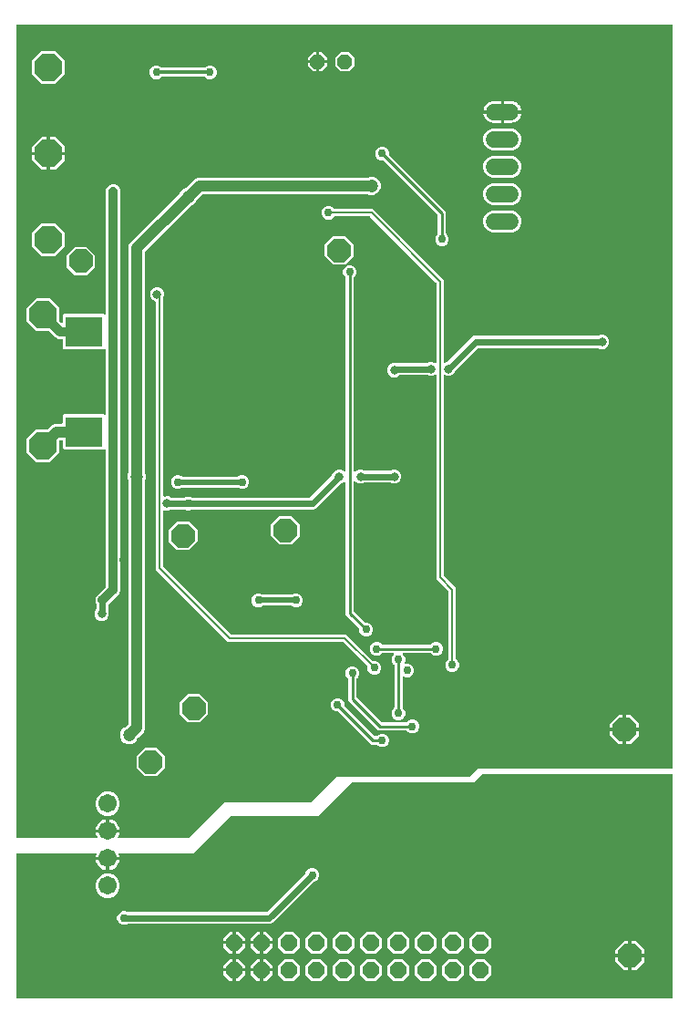
<source format=gbr>
G04 EAGLE Gerber X2 export*
%TF.Part,Single*%
%TF.FileFunction,Copper,L2,Bot,Mixed*%
%TF.FilePolarity,Positive*%
%TF.GenerationSoftware,Autodesk,EAGLE,9.3.1*%
%TF.CreationDate,2020-03-19T14:02:17Z*%
G75*
%MOMM*%
%FSLAX36Y36*%
%LPD*%
%INBottom Copper*%
%AMOC8*
5,1,8,0,0,1.08239X$1,22.5*%
G01*
%ADD10P,1.649562X8X202.500000*%
%ADD11C,1.524000*%
%ADD12P,1.429621X8X202.500000*%
%ADD13C,1.714500*%
%ADD14P,2.749271X8X22.500000*%
%ADD15P,2.336880X8X22.500000*%
%ADD16R,3.500000X2.800000*%
%ADD17C,0.756400*%
%ADD18C,0.508000*%
%ADD19C,1.200000*%
%ADD20C,0.806400*%
%ADD21C,0.609600*%
%ADD22C,0.152400*%
%ADD23C,0.200000*%
%ADD24C,0.254000*%
%ADD25C,0.812800*%
%ADD26C,1.016000*%
%ADD27C,0.304800*%
%ADD28C,0.203200*%

G36*
X7460263Y14925019D02*
X7460263Y14925019D01*
X7467803Y14925288D01*
X7472338Y14926994D01*
X7477106Y14927775D01*
X7483766Y14931297D01*
X7490834Y14933959D01*
X7494591Y14937025D01*
X7498856Y14939281D01*
X7504044Y14944741D01*
X7509900Y14949519D01*
X7512478Y14953616D01*
X7515809Y14957119D01*
X7518991Y14963956D01*
X7523013Y14970344D01*
X7524150Y14975050D01*
X7526191Y14979431D01*
X7527025Y14986922D01*
X7528803Y14994263D01*
X7528384Y14999088D01*
X7528919Y15003891D01*
X7527322Y15011263D01*
X7526669Y15018778D01*
X7524381Y15024853D01*
X7523713Y15027941D01*
X7522372Y15030191D01*
X7520713Y15034594D01*
X7460159Y15153431D01*
X7406113Y15319766D01*
X7389034Y15427600D01*
X8413784Y15427600D01*
X8415725Y15427919D01*
X8417675Y15427700D01*
X8427838Y15429900D01*
X8438072Y15431575D01*
X8439800Y15432491D01*
X8441725Y15432906D01*
X8450672Y15438241D01*
X8459822Y15443081D01*
X8461172Y15444500D01*
X8462863Y15445509D01*
X8469625Y15453394D01*
X8476775Y15460919D01*
X8477603Y15462703D01*
X8478881Y15464191D01*
X8482769Y15473803D01*
X8487156Y15483231D01*
X8487375Y15485184D01*
X8488109Y15487003D01*
X8489984Y15503800D01*
X8489984Y15580013D01*
X8490013Y15580013D01*
X8490013Y15503800D01*
X8490331Y15501859D01*
X8490113Y15499909D01*
X8492313Y15489747D01*
X8493988Y15479513D01*
X8494903Y15477784D01*
X8495319Y15475859D01*
X8500653Y15466913D01*
X8505494Y15457763D01*
X8506913Y15456413D01*
X8507922Y15454722D01*
X8515806Y15447959D01*
X8523331Y15440809D01*
X8525116Y15439981D01*
X8526603Y15438703D01*
X8536216Y15434816D01*
X8545644Y15430428D01*
X8547597Y15430209D01*
X8549416Y15429475D01*
X8566213Y15427600D01*
X9590963Y15427600D01*
X9573884Y15319766D01*
X9519838Y15153431D01*
X9459284Y15034594D01*
X9456994Y15027419D01*
X9453806Y15020569D01*
X9453269Y15015756D01*
X9451800Y15011153D01*
X9451916Y15003613D01*
X9451078Y14996109D01*
X9452100Y14991384D01*
X9452175Y14986547D01*
X9454688Y14979441D01*
X9456284Y14972059D01*
X9458766Y14967897D01*
X9460375Y14963344D01*
X9465022Y14957406D01*
X9468888Y14950922D01*
X9472556Y14947775D01*
X9475541Y14943963D01*
X9481847Y14939809D01*
X9487569Y14934903D01*
X9492053Y14933091D01*
X9496094Y14930428D01*
X9503391Y14928503D01*
X9510381Y14925675D01*
X9516841Y14924953D01*
X9519888Y14924150D01*
X9522494Y14924322D01*
X9527178Y14923800D01*
X16000000Y14923800D01*
X16008959Y14925266D01*
X16018022Y14925963D01*
X16021047Y14927244D01*
X16024288Y14927775D01*
X16032316Y14932022D01*
X16040681Y14935569D01*
X16043934Y14938169D01*
X16046038Y14939281D01*
X16048284Y14941647D01*
X16053881Y14946119D01*
X19319563Y18211800D01*
X27305000Y18211800D01*
X27313959Y18213266D01*
X27323022Y18213963D01*
X27326047Y18215244D01*
X27329288Y18215775D01*
X27337316Y18220022D01*
X27345681Y18223569D01*
X27348934Y18226169D01*
X27351038Y18227281D01*
X27353284Y18229647D01*
X27358881Y18234119D01*
X29749563Y20624800D01*
X42037000Y20624800D01*
X42045959Y20626266D01*
X42055022Y20626963D01*
X42058047Y20628244D01*
X42061288Y20628775D01*
X42069316Y20633022D01*
X42077681Y20636569D01*
X42080934Y20639169D01*
X42083038Y20640281D01*
X42085284Y20642647D01*
X42090881Y20647119D01*
X42830563Y21386800D01*
X60907800Y21386800D01*
X60909741Y21387119D01*
X60911691Y21386900D01*
X60921853Y21389100D01*
X60932088Y21390775D01*
X60933816Y21391691D01*
X60935741Y21392106D01*
X60944688Y21397441D01*
X60953838Y21402281D01*
X60955188Y21403700D01*
X60956878Y21404709D01*
X60963641Y21412594D01*
X60970791Y21420119D01*
X60971619Y21421903D01*
X60972897Y21423391D01*
X60976784Y21433003D01*
X60981172Y21442431D01*
X60981391Y21444384D01*
X60982125Y21446203D01*
X60984000Y21463000D01*
X60984000Y90407800D01*
X60983681Y90409741D01*
X60983900Y90411691D01*
X60981700Y90421853D01*
X60980025Y90432088D01*
X60979109Y90433816D01*
X60978694Y90435741D01*
X60973359Y90444688D01*
X60968519Y90453838D01*
X60967100Y90455188D01*
X60966091Y90456878D01*
X60958206Y90463641D01*
X60950681Y90470791D01*
X60948897Y90471619D01*
X60947409Y90472897D01*
X60937797Y90476784D01*
X60928369Y90481172D01*
X60926416Y90481391D01*
X60924597Y90482125D01*
X60907800Y90484000D01*
X92197Y90484000D01*
X90256Y90483681D01*
X88306Y90483900D01*
X78144Y90481700D01*
X67909Y90480025D01*
X66181Y90479109D01*
X64256Y90478694D01*
X55309Y90473359D01*
X46159Y90468519D01*
X44809Y90467100D01*
X43119Y90466091D01*
X36356Y90458206D01*
X29206Y90450681D01*
X28378Y90448897D01*
X27100Y90447409D01*
X23213Y90437797D01*
X18825Y90428369D01*
X18606Y90426416D01*
X17872Y90424597D01*
X15997Y90407800D01*
X15997Y15000000D01*
X16316Y14998059D01*
X16097Y14996109D01*
X18297Y14985947D01*
X19972Y14975713D01*
X20888Y14973984D01*
X21303Y14972059D01*
X26638Y14963113D01*
X31478Y14953963D01*
X32897Y14952613D01*
X33906Y14950922D01*
X41791Y14944159D01*
X49316Y14937009D01*
X51100Y14936181D01*
X52588Y14934903D01*
X62200Y14931016D01*
X71628Y14926628D01*
X73581Y14926409D01*
X75400Y14925675D01*
X92197Y14923800D01*
X7452819Y14923800D01*
X7460263Y14925019D01*
G37*
G36*
X60909741Y16316D02*
X60909741Y16316D01*
X60911691Y16097D01*
X60921853Y18297D01*
X60932088Y19972D01*
X60933816Y20888D01*
X60935741Y21303D01*
X60944688Y26638D01*
X60953838Y31478D01*
X60955188Y32897D01*
X60956878Y33906D01*
X60963641Y41791D01*
X60970791Y49316D01*
X60971619Y51100D01*
X60972897Y52588D01*
X60976784Y62200D01*
X60981172Y71628D01*
X60981391Y73581D01*
X60982125Y75400D01*
X60984000Y92197D01*
X60984000Y20828000D01*
X60983681Y20829941D01*
X60983900Y20831891D01*
X60981700Y20842053D01*
X60980025Y20852288D01*
X60979109Y20854016D01*
X60978694Y20855941D01*
X60973359Y20864888D01*
X60968519Y20874038D01*
X60967100Y20875388D01*
X60966091Y20877078D01*
X60958206Y20883841D01*
X60950681Y20890991D01*
X60948897Y20891819D01*
X60947409Y20893097D01*
X60937797Y20896984D01*
X60928369Y20901372D01*
X60926416Y20901591D01*
X60924597Y20902325D01*
X60907800Y20904200D01*
X43307000Y20904200D01*
X43298041Y20902734D01*
X43288978Y20902038D01*
X43285953Y20900756D01*
X43282713Y20900225D01*
X43274684Y20895978D01*
X43266319Y20892431D01*
X43263066Y20889831D01*
X43260963Y20888719D01*
X43258716Y20886353D01*
X43253119Y20881881D01*
X42513438Y20142200D01*
X31242000Y20142200D01*
X31233041Y20140734D01*
X31223978Y20140038D01*
X31220953Y20138756D01*
X31217713Y20138225D01*
X31209684Y20133978D01*
X31201319Y20130431D01*
X31198066Y20127831D01*
X31195963Y20126719D01*
X31193716Y20124353D01*
X31188119Y20119881D01*
X28035438Y16967200D01*
X19939000Y16967200D01*
X19930041Y16965734D01*
X19920978Y16965038D01*
X19917953Y16963756D01*
X19914713Y16963225D01*
X19906684Y16958978D01*
X19898319Y16955431D01*
X19895066Y16952831D01*
X19892963Y16951719D01*
X19890716Y16949353D01*
X19885119Y16944881D01*
X16478438Y13538200D01*
X9601438Y13538200D01*
X9599891Y13537947D01*
X9598325Y13538138D01*
X9587741Y13535959D01*
X9577150Y13534225D01*
X9575766Y13533494D01*
X9574222Y13533175D01*
X9564891Y13527741D01*
X9555400Y13522719D01*
X9554319Y13521581D01*
X9552956Y13520788D01*
X9545869Y13512691D01*
X9538447Y13504881D01*
X9537781Y13503450D01*
X9536747Y13502269D01*
X9532616Y13492350D01*
X9528066Y13482569D01*
X9527891Y13481003D01*
X9527288Y13479553D01*
X9526531Y13468816D01*
X9525338Y13458109D01*
X9525669Y13456575D01*
X9525559Y13455003D01*
X9528969Y13438450D01*
X9573884Y13300225D01*
X9590963Y13192394D01*
X8566213Y13192394D01*
X8564272Y13192075D01*
X8562322Y13192294D01*
X8552159Y13190094D01*
X8541925Y13188419D01*
X8540197Y13187503D01*
X8538272Y13187088D01*
X8529325Y13181753D01*
X8520175Y13176913D01*
X8518825Y13175494D01*
X8517134Y13174484D01*
X8510372Y13166600D01*
X8503222Y13159075D01*
X8502394Y13157291D01*
X8501116Y13155803D01*
X8497228Y13146191D01*
X8492841Y13136763D01*
X8492622Y13134809D01*
X8491888Y13132991D01*
X8490013Y13116194D01*
X8490013Y13039984D01*
X8489984Y13039984D01*
X8489984Y13116194D01*
X8489666Y13118134D01*
X8489884Y13120084D01*
X8487684Y13130247D01*
X8486009Y13140481D01*
X8485094Y13142209D01*
X8484678Y13144134D01*
X8479344Y13153081D01*
X8474503Y13162231D01*
X8473084Y13163581D01*
X8472075Y13165272D01*
X8464191Y13172034D01*
X8456666Y13179184D01*
X8454881Y13180013D01*
X8453394Y13181291D01*
X8443781Y13185178D01*
X8434353Y13189566D01*
X8432400Y13189784D01*
X8430581Y13190519D01*
X8413784Y13192394D01*
X7389034Y13192394D01*
X7406113Y13300225D01*
X7451028Y13438450D01*
X7451266Y13440000D01*
X7451931Y13441431D01*
X7453125Y13452125D01*
X7454756Y13462775D01*
X7454484Y13464331D01*
X7454659Y13465891D01*
X7452381Y13476413D01*
X7450534Y13487022D01*
X7449788Y13488403D01*
X7449453Y13489941D01*
X7443934Y13499194D01*
X7438806Y13508656D01*
X7437656Y13509728D01*
X7436850Y13511078D01*
X7428675Y13518088D01*
X7420794Y13525425D01*
X7419363Y13526072D01*
X7418169Y13527097D01*
X7408197Y13531131D01*
X7398378Y13535578D01*
X7396809Y13535738D01*
X7395356Y13536325D01*
X7378559Y13538200D01*
X92197Y13538200D01*
X90256Y13537881D01*
X88306Y13538100D01*
X78144Y13535900D01*
X67909Y13534225D01*
X66181Y13533309D01*
X64256Y13532894D01*
X55309Y13527559D01*
X46159Y13522719D01*
X44809Y13521300D01*
X43119Y13520291D01*
X36356Y13512406D01*
X29206Y13504881D01*
X28378Y13503097D01*
X27100Y13501609D01*
X23213Y13491997D01*
X18825Y13482569D01*
X18606Y13480616D01*
X17872Y13478797D01*
X15997Y13462000D01*
X15997Y92197D01*
X16316Y90256D01*
X16097Y88306D01*
X18297Y78144D01*
X19972Y67909D01*
X20888Y66181D01*
X21303Y64256D01*
X26638Y55309D01*
X31478Y46159D01*
X32897Y44809D01*
X33906Y43119D01*
X41791Y36356D01*
X49316Y29206D01*
X51100Y28378D01*
X52588Y27100D01*
X62200Y23213D01*
X71628Y18825D01*
X73581Y18606D01*
X75400Y17872D01*
X92197Y15997D01*
X60907800Y15997D01*
X60909741Y16316D01*
G37*
%LPC*%
G36*
X10330125Y23646000D02*
X10330125Y23646000D01*
X10016244Y23776013D01*
X9776013Y24016244D01*
X9646000Y24330125D01*
X9646000Y24669872D01*
X9776013Y24983753D01*
X10016244Y25223984D01*
X10224356Y25310184D01*
X10229888Y25313613D01*
X10235878Y25316153D01*
X10242422Y25321384D01*
X10245272Y25323150D01*
X10246525Y25324663D01*
X10249078Y25326703D01*
X10415681Y25493306D01*
X10420978Y25500678D01*
X10426897Y25507578D01*
X10428128Y25510622D01*
X10430044Y25513288D01*
X10432722Y25521975D01*
X10436125Y25530391D01*
X10436584Y25534519D01*
X10437291Y25536806D01*
X10437206Y25540084D01*
X10438000Y25547188D01*
X10438000Y48092859D01*
X10436950Y48099272D01*
X10436897Y48105784D01*
X10434566Y48113841D01*
X10434025Y48117147D01*
X10433109Y48118881D01*
X10432200Y48122019D01*
X10346000Y48330125D01*
X10346000Y48669872D01*
X10432200Y48877978D01*
X10433688Y48884313D01*
X10436125Y48890341D01*
X10437053Y48898663D01*
X10437822Y48901934D01*
X10437638Y48903891D01*
X10438000Y48907138D01*
X10438000Y69851572D01*
X10554009Y70131638D01*
X15173294Y74750922D01*
X15177091Y74756206D01*
X15181653Y74760844D01*
X15185694Y74768172D01*
X15187656Y74770903D01*
X15188234Y74772784D01*
X15189813Y74775644D01*
X15276013Y74983753D01*
X15516244Y75223984D01*
X15724353Y75310184D01*
X15729888Y75313616D01*
X15735875Y75316153D01*
X15742409Y75321375D01*
X15745272Y75323150D01*
X15746528Y75324669D01*
X15749075Y75326703D01*
X16568359Y76145988D01*
X16848425Y76261997D01*
X32592859Y76261997D01*
X32599272Y76263047D01*
X32605784Y76263100D01*
X32613841Y76265431D01*
X32617147Y76265972D01*
X32618881Y76266888D01*
X32622019Y76267797D01*
X32830125Y76353997D01*
X33169872Y76353997D01*
X33483753Y76223984D01*
X33723984Y75983753D01*
X33853997Y75669872D01*
X33853997Y75330125D01*
X33723984Y75016244D01*
X33483753Y74776013D01*
X33169872Y74646000D01*
X32830125Y74646000D01*
X32622019Y74732200D01*
X32615684Y74733688D01*
X32609656Y74736125D01*
X32601334Y74737053D01*
X32598063Y74737822D01*
X32596106Y74737638D01*
X32592859Y74738000D01*
X17347191Y74738000D01*
X17338231Y74736534D01*
X17329169Y74735838D01*
X17326144Y74734556D01*
X17322903Y74734025D01*
X17314875Y74729778D01*
X17306509Y74726231D01*
X17303256Y74723631D01*
X17301153Y74722519D01*
X17298906Y74720153D01*
X17293309Y74715681D01*
X16826703Y74249075D01*
X16822906Y74243791D01*
X16818344Y74239153D01*
X16814303Y74231825D01*
X16812341Y74229094D01*
X16811763Y74227213D01*
X16810184Y74224353D01*
X16723984Y74016244D01*
X16483753Y73776013D01*
X16275644Y73689813D01*
X16270109Y73686381D01*
X16264122Y73683844D01*
X16257588Y73678622D01*
X16254725Y73676847D01*
X16253469Y73675328D01*
X16250922Y73673294D01*
X11984316Y69406688D01*
X11979019Y69399316D01*
X11973100Y69392416D01*
X11971869Y69389372D01*
X11969953Y69386706D01*
X11967275Y69378019D01*
X11963872Y69369603D01*
X11963413Y69365475D01*
X11962706Y69363188D01*
X11962791Y69359909D01*
X11961997Y69352806D01*
X11961997Y48907138D01*
X11962191Y48905953D01*
X11962097Y48905109D01*
X11963047Y48900725D01*
X11963100Y48894213D01*
X11965431Y48886156D01*
X11965972Y48882850D01*
X11966888Y48881116D01*
X11967797Y48877978D01*
X12053997Y48669872D01*
X12053997Y48330125D01*
X11967797Y48122019D01*
X11966309Y48115684D01*
X11963872Y48109656D01*
X11962944Y48101334D01*
X11962175Y48098063D01*
X11962359Y48096106D01*
X11961997Y48092859D01*
X11961997Y25048425D01*
X11845988Y24768359D01*
X11620931Y24543303D01*
X11620916Y24543291D01*
X11326703Y24249078D01*
X11322903Y24243791D01*
X11318344Y24239156D01*
X11314303Y24231828D01*
X11312341Y24229097D01*
X11311763Y24227216D01*
X11310184Y24224356D01*
X11223984Y24016244D01*
X10983753Y23776013D01*
X10669872Y23646000D01*
X10330125Y23646000D01*
G37*
%LPD*%
%LPC*%
G36*
X7806772Y35093300D02*
X7806772Y35093300D01*
X7565222Y35193353D01*
X7380353Y35378222D01*
X7280300Y35619772D01*
X7280300Y35881225D01*
X7380350Y36122769D01*
X7418881Y36161297D01*
X7424188Y36168681D01*
X7430097Y36175572D01*
X7431328Y36178616D01*
X7433244Y36181281D01*
X7435922Y36189972D01*
X7439325Y36198384D01*
X7439784Y36202509D01*
X7440491Y36204797D01*
X7440406Y36208075D01*
X7441200Y36215181D01*
X7441200Y36608194D01*
X7440150Y36614606D01*
X7440097Y36621119D01*
X7437766Y36629175D01*
X7437225Y36632481D01*
X7436309Y36634216D01*
X7435400Y36637353D01*
X7339600Y36868634D01*
X7339600Y37131363D01*
X7440141Y37374088D01*
X8317281Y38251228D01*
X8322578Y38258600D01*
X8328497Y38265500D01*
X8329728Y38268544D01*
X8331644Y38271209D01*
X8334322Y38279897D01*
X8337725Y38288313D01*
X8338184Y38292441D01*
X8338891Y38294728D01*
X8338806Y38298006D01*
X8339600Y38305109D01*
X8339600Y50996431D01*
X8338447Y51003484D01*
X8338263Y51010653D01*
X8336469Y51015572D01*
X8335625Y51020719D01*
X8332284Y51027034D01*
X8329825Y51033772D01*
X8326556Y51037859D01*
X8324119Y51042469D01*
X8318934Y51047397D01*
X8314459Y51052994D01*
X8310072Y51055819D01*
X8306281Y51059422D01*
X8299784Y51062444D01*
X8293769Y51066319D01*
X8288703Y51067600D01*
X8283969Y51069803D01*
X8276859Y51070597D01*
X8269913Y51072353D01*
X8264697Y51071953D01*
X8259509Y51072531D01*
X8252516Y51071016D01*
X8245375Y51070469D01*
X8240569Y51068431D01*
X8235459Y51067325D01*
X8229303Y51063653D01*
X8222719Y51060863D01*
X8217131Y51056397D01*
X8214322Y51054722D01*
X8212769Y51052909D01*
X8209519Y51050313D01*
X8155209Y50996000D01*
X4444788Y50996000D01*
X4296000Y51144788D01*
X4296000Y51811800D01*
X4295681Y51813741D01*
X4295900Y51815691D01*
X4293700Y51825853D01*
X4292025Y51836088D01*
X4291109Y51837816D01*
X4290694Y51839741D01*
X4285359Y51848688D01*
X4280519Y51857838D01*
X4279100Y51859188D01*
X4278091Y51860878D01*
X4270206Y51867641D01*
X4262681Y51874791D01*
X4260897Y51875619D01*
X4259409Y51876897D01*
X4249797Y51880784D01*
X4240369Y51885172D01*
X4238416Y51885391D01*
X4236597Y51886125D01*
X4219800Y51888000D01*
X4116191Y51888000D01*
X4107231Y51886534D01*
X4098169Y51885838D01*
X4095144Y51884556D01*
X4091903Y51884025D01*
X4083875Y51879778D01*
X4075509Y51876231D01*
X4072256Y51873631D01*
X4070153Y51872519D01*
X4067906Y51870153D01*
X4062309Y51865681D01*
X4046316Y51849688D01*
X4041019Y51842316D01*
X4035100Y51835416D01*
X4033869Y51832372D01*
X4031953Y51829706D01*
X4029275Y51821019D01*
X4025872Y51812603D01*
X4025413Y51808475D01*
X4024706Y51806188D01*
X4024791Y51802909D01*
X4023997Y51795806D01*
X4023997Y50749738D01*
X3131259Y49857000D01*
X1868738Y49857000D01*
X976000Y50749738D01*
X976000Y52012259D01*
X1868738Y52904997D01*
X2914806Y52904997D01*
X2923766Y52906463D01*
X2932828Y52907159D01*
X2935853Y52908441D01*
X2939094Y52908972D01*
X2947122Y52913219D01*
X2955488Y52916766D01*
X2958741Y52919366D01*
X2960844Y52920478D01*
X2963091Y52922844D01*
X2968688Y52927316D01*
X3337359Y53295988D01*
X3617425Y53411997D01*
X4219800Y53411997D01*
X4221741Y53412316D01*
X4223691Y53412097D01*
X4233853Y53414297D01*
X4244088Y53415972D01*
X4245816Y53416888D01*
X4247741Y53417303D01*
X4256688Y53422638D01*
X4265838Y53427478D01*
X4267188Y53428897D01*
X4268878Y53429906D01*
X4275641Y53437791D01*
X4282791Y53445316D01*
X4283619Y53447100D01*
X4284897Y53448588D01*
X4288784Y53458200D01*
X4293172Y53467628D01*
X4293391Y53469581D01*
X4294125Y53471400D01*
X4296000Y53488197D01*
X4296000Y54155209D01*
X4444788Y54303997D01*
X8155209Y54303997D01*
X8209519Y54249684D01*
X8215328Y54245509D01*
X8220519Y54240575D01*
X8225263Y54238369D01*
X8229500Y54235322D01*
X8236338Y54233216D01*
X8242831Y54230194D01*
X8248022Y54229616D01*
X8253019Y54228075D01*
X8260188Y54228259D01*
X8267291Y54227466D01*
X8272391Y54228569D01*
X8277619Y54228703D01*
X8284341Y54231156D01*
X8291341Y54232672D01*
X8295834Y54235350D01*
X8300738Y54237141D01*
X8306325Y54241606D01*
X8312478Y54245275D01*
X8315881Y54249244D01*
X8319959Y54252503D01*
X8323831Y54258516D01*
X8328497Y54263956D01*
X8330459Y54268806D01*
X8333284Y54273194D01*
X8335041Y54280131D01*
X8337725Y54286769D01*
X8338519Y54293875D01*
X8339322Y54297050D01*
X8339138Y54299434D01*
X8339600Y54303566D01*
X8339600Y60296431D01*
X8338447Y60303484D01*
X8338263Y60310653D01*
X8336469Y60315572D01*
X8335625Y60320719D01*
X8332284Y60327034D01*
X8329825Y60333772D01*
X8326556Y60337859D01*
X8324119Y60342469D01*
X8318934Y60347397D01*
X8314459Y60352994D01*
X8310072Y60355819D01*
X8306281Y60359422D01*
X8299784Y60362444D01*
X8293769Y60366319D01*
X8288703Y60367600D01*
X8283969Y60369803D01*
X8276859Y60370597D01*
X8269913Y60372353D01*
X8264697Y60371953D01*
X8259509Y60372531D01*
X8252516Y60371016D01*
X8245375Y60370469D01*
X8240569Y60368431D01*
X8235459Y60367325D01*
X8229303Y60363653D01*
X8222719Y60360863D01*
X8217131Y60356397D01*
X8214322Y60354722D01*
X8212769Y60352909D01*
X8209519Y60350313D01*
X8155209Y60296000D01*
X4444788Y60296000D01*
X4296000Y60444788D01*
X4296000Y61213400D01*
X4295681Y61215341D01*
X4295900Y61217291D01*
X4293700Y61227453D01*
X4292025Y61237688D01*
X4291109Y61239416D01*
X4290694Y61241341D01*
X4285359Y61250288D01*
X4280519Y61259438D01*
X4279100Y61260788D01*
X4278091Y61262478D01*
X4270206Y61269241D01*
X4262681Y61276391D01*
X4260897Y61277219D01*
X4259409Y61278497D01*
X4249797Y61282384D01*
X4240369Y61286772D01*
X4238416Y61286991D01*
X4236597Y61287725D01*
X4219800Y61289600D01*
X3918634Y61289600D01*
X3675909Y61390141D01*
X3112369Y61953681D01*
X3104997Y61958978D01*
X3098097Y61964897D01*
X3095053Y61966128D01*
X3092388Y61968044D01*
X3083700Y61970722D01*
X3075284Y61974125D01*
X3071156Y61974584D01*
X3068869Y61975291D01*
X3065591Y61975206D01*
X3058488Y61976000D01*
X1868738Y61976000D01*
X976000Y62868738D01*
X976000Y64131259D01*
X1868738Y65023997D01*
X3131259Y65023997D01*
X4023997Y64131259D01*
X4023997Y62941509D01*
X4025463Y62932547D01*
X4026159Y62923488D01*
X4027441Y62920463D01*
X4027972Y62917222D01*
X4032213Y62909203D01*
X4035763Y62900831D01*
X4038366Y62897575D01*
X4039478Y62895472D01*
X4041841Y62893225D01*
X4046316Y62887628D01*
X4165919Y62768022D01*
X4171728Y62763847D01*
X4176919Y62758913D01*
X4181663Y62756706D01*
X4185900Y62753659D01*
X4192738Y62751553D01*
X4199231Y62748531D01*
X4204422Y62747953D01*
X4209419Y62746413D01*
X4216588Y62746597D01*
X4223691Y62745803D01*
X4228791Y62746906D01*
X4234019Y62747041D01*
X4240741Y62749494D01*
X4247741Y62751009D01*
X4252234Y62753688D01*
X4257138Y62755478D01*
X4262725Y62759944D01*
X4268878Y62763613D01*
X4272281Y62767581D01*
X4276359Y62770841D01*
X4280231Y62776853D01*
X4284897Y62782294D01*
X4286859Y62787144D01*
X4289684Y62791531D01*
X4291441Y62798469D01*
X4294125Y62805106D01*
X4294919Y62812213D01*
X4295722Y62815388D01*
X4295538Y62817772D01*
X4296000Y62821903D01*
X4296000Y63455209D01*
X4444788Y63603997D01*
X8155209Y63603997D01*
X8209519Y63549684D01*
X8215328Y63545509D01*
X8220519Y63540575D01*
X8225263Y63538369D01*
X8229500Y63535322D01*
X8236338Y63533216D01*
X8242831Y63530194D01*
X8248022Y63529616D01*
X8253019Y63528075D01*
X8260188Y63528259D01*
X8267291Y63527466D01*
X8272391Y63528569D01*
X8277619Y63528703D01*
X8284341Y63531156D01*
X8291341Y63532672D01*
X8295834Y63535350D01*
X8300738Y63537141D01*
X8306325Y63541606D01*
X8312478Y63545275D01*
X8315881Y63549244D01*
X8319959Y63552503D01*
X8323831Y63558516D01*
X8328497Y63563956D01*
X8330459Y63568806D01*
X8333284Y63573194D01*
X8335041Y63580131D01*
X8337725Y63586769D01*
X8338519Y63593875D01*
X8339322Y63597050D01*
X8339138Y63599434D01*
X8339600Y63603566D01*
X8339600Y75131363D01*
X8440141Y75374088D01*
X8625909Y75559856D01*
X8868634Y75660397D01*
X9131363Y75660397D01*
X9374088Y75559856D01*
X9559856Y75374088D01*
X9660397Y75131363D01*
X9660397Y37868634D01*
X9559856Y37625909D01*
X8581116Y36647169D01*
X8575819Y36639797D01*
X8569900Y36632897D01*
X8568669Y36629853D01*
X8566753Y36627188D01*
X8564075Y36618500D01*
X8560672Y36610084D01*
X8560213Y36605956D01*
X8559506Y36603669D01*
X8559591Y36600391D01*
X8558797Y36593288D01*
X8558797Y35983050D01*
X8559847Y35976638D01*
X8559900Y35970125D01*
X8562231Y35962069D01*
X8562772Y35958763D01*
X8563688Y35957028D01*
X8564597Y35953891D01*
X8594697Y35881225D01*
X8594697Y35619772D01*
X8494644Y35378222D01*
X8309775Y35193353D01*
X8068225Y35093300D01*
X7806772Y35093300D01*
G37*
%LPD*%
%LPC*%
G36*
X33148244Y30101800D02*
X33148244Y30101800D01*
X32915884Y30198047D01*
X32738047Y30375884D01*
X32641800Y30608244D01*
X32641800Y30831741D01*
X32640334Y30840700D01*
X32639638Y30849763D01*
X32638356Y30852788D01*
X32637825Y30856028D01*
X32633578Y30864056D01*
X32630031Y30872422D01*
X32627431Y30875675D01*
X32626319Y30877778D01*
X32623953Y30880025D01*
X32619481Y30885622D01*
X30383022Y33122081D01*
X30375650Y33127378D01*
X30368750Y33133297D01*
X30365706Y33134528D01*
X30363041Y33136444D01*
X30354353Y33139122D01*
X30345938Y33142525D01*
X30341809Y33142984D01*
X30339522Y33143691D01*
X30336244Y33143606D01*
X30329141Y33144400D01*
X19662703Y33144400D01*
X12968400Y39838703D01*
X12968400Y64702619D01*
X12966516Y64714141D01*
X12964834Y64725653D01*
X12964531Y64726247D01*
X12964425Y64726906D01*
X12959003Y64737153D01*
X12953706Y64747603D01*
X12953225Y64748075D01*
X12952919Y64748656D01*
X12944478Y64756678D01*
X12936159Y64764859D01*
X12935472Y64765238D01*
X12935081Y64765609D01*
X12933272Y64766450D01*
X12921359Y64773019D01*
X12711722Y64859853D01*
X12526853Y65044722D01*
X12426800Y65286272D01*
X12426800Y65547722D01*
X12526853Y65789275D01*
X12711722Y65974144D01*
X12953272Y66074197D01*
X13214725Y66074197D01*
X13456275Y65974144D01*
X13641144Y65789275D01*
X13741197Y65547722D01*
X13741197Y65286272D01*
X13685397Y65151559D01*
X13683909Y65145225D01*
X13681472Y65139197D01*
X13680544Y65130875D01*
X13679775Y65127603D01*
X13679959Y65125647D01*
X13679597Y65122400D01*
X13679597Y46692669D01*
X13680334Y46688156D01*
X13680141Y46683591D01*
X13682309Y46676088D01*
X13683572Y46668381D01*
X13685706Y46664347D01*
X13686978Y46659950D01*
X13691434Y46653522D01*
X13695078Y46646631D01*
X13698388Y46643488D01*
X13700994Y46639725D01*
X13707250Y46635063D01*
X13712916Y46629678D01*
X13717069Y46627747D01*
X13720728Y46625019D01*
X13728144Y46622594D01*
X13735228Y46619297D01*
X13739769Y46618791D01*
X13744116Y46617369D01*
X13751938Y46617434D01*
X13759688Y46616569D01*
X13764147Y46617534D01*
X13768725Y46617572D01*
X13781813Y46621359D01*
X13783738Y46621775D01*
X13784194Y46622047D01*
X13784959Y46622269D01*
X13869278Y46657197D01*
X14130725Y46657197D01*
X14354278Y46564597D01*
X14360613Y46563109D01*
X14366641Y46560672D01*
X14374963Y46559744D01*
X14378234Y46558975D01*
X14380191Y46559159D01*
X14383438Y46558797D01*
X15681884Y46558797D01*
X15688297Y46559847D01*
X15694809Y46559900D01*
X15702866Y46562231D01*
X15706172Y46562772D01*
X15707906Y46563688D01*
X15711044Y46564597D01*
X15874244Y46632197D01*
X16125753Y46632197D01*
X16288953Y46564597D01*
X16295288Y46563109D01*
X16301316Y46560672D01*
X16309638Y46559744D01*
X16312909Y46558975D01*
X16314866Y46559159D01*
X16318113Y46558797D01*
X27236975Y46558797D01*
X27245934Y46560263D01*
X27254997Y46560959D01*
X27258022Y46562241D01*
X27261263Y46562772D01*
X27269291Y46567019D01*
X27277656Y46570566D01*
X27280909Y46573166D01*
X27283013Y46574278D01*
X27285259Y46576644D01*
X27290856Y46581116D01*
X29333738Y48623997D01*
X29337538Y48629284D01*
X29342097Y48633919D01*
X29346138Y48641247D01*
X29348100Y48643978D01*
X29348678Y48645859D01*
X29350256Y48648719D01*
X29442853Y48872275D01*
X29627722Y49057144D01*
X29869272Y49157197D01*
X30130725Y49157197D01*
X30372275Y49057144D01*
X30488919Y48940497D01*
X30494728Y48936322D01*
X30499919Y48931388D01*
X30504663Y48929181D01*
X30508900Y48926134D01*
X30515738Y48924028D01*
X30522231Y48921006D01*
X30527422Y48920428D01*
X30532419Y48918888D01*
X30539588Y48919072D01*
X30546691Y48918278D01*
X30551791Y48919381D01*
X30557019Y48919516D01*
X30563741Y48921969D01*
X30570741Y48923484D01*
X30575234Y48926163D01*
X30580138Y48927953D01*
X30585725Y48932419D01*
X30591878Y48936088D01*
X30595281Y48940056D01*
X30599359Y48943316D01*
X30603231Y48949328D01*
X30607897Y48954769D01*
X30609859Y48959619D01*
X30612684Y48964006D01*
X30614441Y48970944D01*
X30617125Y48977581D01*
X30617919Y48984688D01*
X30618722Y48987863D01*
X30618538Y48990247D01*
X30619000Y48994378D01*
X30619000Y66955369D01*
X30617534Y66964328D01*
X30616838Y66973391D01*
X30615556Y66976416D01*
X30615025Y66979656D01*
X30610778Y66987684D01*
X30607231Y66996050D01*
X30604631Y66999303D01*
X30603519Y67001406D01*
X30601153Y67003653D01*
X30596681Y67009250D01*
X30464047Y67141884D01*
X30367800Y67374244D01*
X30367800Y67625753D01*
X30464047Y67858113D01*
X30641884Y68035950D01*
X30874244Y68132197D01*
X31125753Y68132197D01*
X31358113Y68035950D01*
X31535950Y67858113D01*
X31632197Y67625753D01*
X31632197Y67374244D01*
X31535950Y67141884D01*
X31403316Y67009250D01*
X31398019Y67001878D01*
X31392100Y66994978D01*
X31390869Y66991934D01*
X31388953Y66989269D01*
X31386275Y66980581D01*
X31382872Y66972166D01*
X31382413Y66968038D01*
X31381706Y66965750D01*
X31381791Y66962472D01*
X31380997Y66955369D01*
X31380997Y48994378D01*
X31382150Y48987325D01*
X31382334Y48980156D01*
X31384128Y48975238D01*
X31384972Y48970091D01*
X31388316Y48963772D01*
X31390772Y48957041D01*
X31394038Y48952956D01*
X31396478Y48948341D01*
X31401666Y48943409D01*
X31406138Y48937816D01*
X31410528Y48934988D01*
X31414316Y48931388D01*
X31420806Y48928369D01*
X31426825Y48924491D01*
X31431894Y48923209D01*
X31436628Y48921006D01*
X31443738Y48920213D01*
X31450684Y48918456D01*
X31455900Y48918856D01*
X31461088Y48918278D01*
X31468081Y48919794D01*
X31475222Y48920341D01*
X31480028Y48922378D01*
X31485138Y48923484D01*
X31491294Y48927156D01*
X31497878Y48929947D01*
X31503466Y48934413D01*
X31506275Y48936088D01*
X31507828Y48937900D01*
X31511078Y48940497D01*
X31627722Y49057144D01*
X31869272Y49157197D01*
X32130725Y49157197D01*
X32354281Y49064597D01*
X32360616Y49063109D01*
X32366644Y49060672D01*
X32374966Y49059744D01*
X32378238Y49058975D01*
X32380194Y49059159D01*
X32383441Y49058797D01*
X34741556Y49058797D01*
X34747969Y49059847D01*
X34754481Y49059900D01*
X34762538Y49062231D01*
X34765844Y49062772D01*
X34767578Y49063688D01*
X34770716Y49064597D01*
X34994272Y49157197D01*
X35255725Y49157197D01*
X35497275Y49057144D01*
X35682144Y48872275D01*
X35782197Y48630725D01*
X35782197Y48369272D01*
X35682144Y48127722D01*
X35497275Y47942853D01*
X35255725Y47842800D01*
X34994272Y47842800D01*
X34770716Y47935400D01*
X34764381Y47936888D01*
X34758353Y47939325D01*
X34750031Y47940253D01*
X34746759Y47941022D01*
X34744803Y47940838D01*
X34741556Y47941200D01*
X32383441Y47941200D01*
X32377028Y47940150D01*
X32370516Y47940097D01*
X32362459Y47937766D01*
X32359153Y47937225D01*
X32357419Y47936309D01*
X32354281Y47935400D01*
X32130725Y47842800D01*
X31869272Y47842800D01*
X31627722Y47942853D01*
X31511078Y48059500D01*
X31505269Y48063675D01*
X31500078Y48068609D01*
X31495334Y48070816D01*
X31491097Y48073863D01*
X31484259Y48075969D01*
X31477766Y48078991D01*
X31472575Y48079569D01*
X31467578Y48081109D01*
X31460409Y48080925D01*
X31453306Y48081719D01*
X31448206Y48080616D01*
X31442978Y48080481D01*
X31436256Y48078028D01*
X31429256Y48076513D01*
X31424763Y48073834D01*
X31419859Y48072044D01*
X31414272Y48067578D01*
X31408119Y48063909D01*
X31404716Y48059941D01*
X31400638Y48056681D01*
X31396766Y48050669D01*
X31392100Y48045228D01*
X31390138Y48040378D01*
X31387313Y48035991D01*
X31385556Y48029053D01*
X31382872Y48022416D01*
X31382078Y48015309D01*
X31381275Y48012134D01*
X31381459Y48009750D01*
X31380997Y48005619D01*
X31380997Y35991378D01*
X31382463Y35982419D01*
X31383159Y35973356D01*
X31384441Y35970331D01*
X31384972Y35967091D01*
X31389219Y35959063D01*
X31392766Y35950697D01*
X31395366Y35947444D01*
X31396478Y35945341D01*
X31398844Y35943094D01*
X31403316Y35937497D01*
X32396297Y34944516D01*
X32403669Y34939219D01*
X32410569Y34933300D01*
X32413613Y34932069D01*
X32416278Y34930153D01*
X32424966Y34927475D01*
X32433381Y34924072D01*
X32437509Y34923613D01*
X32439797Y34922906D01*
X32443075Y34922991D01*
X32450178Y34922197D01*
X32637753Y34922197D01*
X32870113Y34825950D01*
X33047950Y34648113D01*
X33144197Y34415753D01*
X33144197Y34164244D01*
X33047950Y33931884D01*
X32870113Y33754047D01*
X32637753Y33657800D01*
X32386244Y33657800D01*
X32153884Y33754047D01*
X31976047Y33931884D01*
X31879800Y34164244D01*
X31879800Y34351819D01*
X31878334Y34360778D01*
X31877638Y34369841D01*
X31876356Y34372866D01*
X31875825Y34376106D01*
X31871578Y34384134D01*
X31868031Y34392500D01*
X31865431Y34395753D01*
X31864319Y34397856D01*
X31861953Y34400103D01*
X31857481Y34405700D01*
X30619000Y35644181D01*
X30619000Y48005619D01*
X30617847Y48012672D01*
X30617663Y48019841D01*
X30615869Y48024759D01*
X30615025Y48029906D01*
X30611681Y48036225D01*
X30609225Y48042956D01*
X30605959Y48047041D01*
X30603519Y48051656D01*
X30598331Y48056588D01*
X30593859Y48062181D01*
X30589469Y48065009D01*
X30585681Y48068609D01*
X30579191Y48071628D01*
X30573172Y48075506D01*
X30568103Y48076788D01*
X30563369Y48078991D01*
X30556259Y48079784D01*
X30549313Y48081541D01*
X30544097Y48081141D01*
X30538909Y48081719D01*
X30531916Y48080203D01*
X30524775Y48079656D01*
X30519969Y48077619D01*
X30514859Y48076513D01*
X30508703Y48072841D01*
X30502119Y48070050D01*
X30496531Y48065584D01*
X30493722Y48063909D01*
X30492169Y48062097D01*
X30488919Y48059500D01*
X30372275Y47942853D01*
X30148719Y47850256D01*
X30143188Y47846828D01*
X30137197Y47844288D01*
X30130653Y47839056D01*
X30127803Y47837291D01*
X30126550Y47835778D01*
X30123997Y47833738D01*
X27984444Y45694184D01*
X27984434Y45694172D01*
X27816534Y45526272D01*
X27611153Y45441200D01*
X16318113Y45441200D01*
X16311700Y45440150D01*
X16305188Y45440097D01*
X16297131Y45437766D01*
X16293825Y45437225D01*
X16292091Y45436309D01*
X16288953Y45435400D01*
X16125753Y45367800D01*
X15874244Y45367800D01*
X15711044Y45435400D01*
X15704709Y45436888D01*
X15698681Y45439325D01*
X15690359Y45440253D01*
X15687088Y45441022D01*
X15685131Y45440838D01*
X15681884Y45441200D01*
X14383438Y45441200D01*
X14377025Y45440150D01*
X14370513Y45440097D01*
X14362456Y45437766D01*
X14359150Y45437225D01*
X14357416Y45436309D01*
X14354278Y45435400D01*
X14130725Y45342800D01*
X13869278Y45342800D01*
X13784959Y45377728D01*
X13780509Y45378772D01*
X13776366Y45380700D01*
X13768603Y45381566D01*
X13761000Y45383350D01*
X13756447Y45382922D01*
X13751906Y45383428D01*
X13744272Y45381775D01*
X13736500Y45381044D01*
X13732328Y45379191D01*
X13727856Y45378222D01*
X13721141Y45374219D01*
X13714013Y45371050D01*
X13710647Y45367959D01*
X13706719Y45365619D01*
X13701634Y45359691D01*
X13695881Y45354409D01*
X13693675Y45350406D01*
X13690700Y45346938D01*
X13687775Y45339706D01*
X13684000Y45332859D01*
X13683184Y45328356D01*
X13681472Y45324125D01*
X13679959Y45310578D01*
X13679609Y45308647D01*
X13679684Y45308125D01*
X13679597Y45307328D01*
X13679597Y40164856D01*
X13681063Y40155897D01*
X13681759Y40146834D01*
X13683041Y40143809D01*
X13683572Y40140569D01*
X13687819Y40132541D01*
X13691366Y40124175D01*
X13693966Y40120922D01*
X13695078Y40118819D01*
X13697444Y40116572D01*
X13701916Y40110975D01*
X19934975Y33877916D01*
X19942347Y33872619D01*
X19949247Y33866700D01*
X19952291Y33865469D01*
X19954956Y33863553D01*
X19963644Y33860875D01*
X19972059Y33857472D01*
X19976188Y33857013D01*
X19978475Y33856306D01*
X19981753Y33856391D01*
X19988856Y33855597D01*
X30655294Y33855597D01*
X33122375Y31388516D01*
X33129747Y31383219D01*
X33136647Y31377300D01*
X33139691Y31376069D01*
X33142356Y31374153D01*
X33151044Y31371475D01*
X33159459Y31368072D01*
X33163588Y31367613D01*
X33165875Y31366906D01*
X33169153Y31366991D01*
X33176256Y31366197D01*
X33399753Y31366197D01*
X33632113Y31269950D01*
X33809950Y31092113D01*
X33906197Y30859753D01*
X33906197Y30608244D01*
X33809950Y30375884D01*
X33632113Y30198047D01*
X33399753Y30101800D01*
X33148244Y30101800D01*
G37*
%LPD*%
%LPC*%
G36*
X40374244Y30367800D02*
X40374244Y30367800D01*
X40141884Y30464047D01*
X39964047Y30641884D01*
X39867800Y30874244D01*
X39867800Y31125753D01*
X39964047Y31358113D01*
X40122081Y31516147D01*
X40127378Y31523519D01*
X40133297Y31530419D01*
X40134528Y31533463D01*
X40136444Y31536128D01*
X40139122Y31544816D01*
X40142525Y31553231D01*
X40142984Y31557359D01*
X40143691Y31559647D01*
X40143606Y31562925D01*
X40144400Y31570028D01*
X40144400Y37821144D01*
X40142934Y37830103D01*
X40142238Y37839166D01*
X40140956Y37842191D01*
X40140425Y37845431D01*
X40136178Y37853459D01*
X40132631Y37861825D01*
X40130031Y37865078D01*
X40128919Y37867181D01*
X40126553Y37869428D01*
X40122081Y37875025D01*
X39248025Y38749081D01*
X39248013Y38749091D01*
X39017400Y38979703D01*
X39017400Y57877078D01*
X39016663Y57881591D01*
X39016856Y57886153D01*
X39014688Y57893650D01*
X39013425Y57901366D01*
X39011288Y57905406D01*
X39010019Y57909794D01*
X39005569Y57916216D01*
X39001919Y57923116D01*
X38998609Y57926263D01*
X38996003Y57930022D01*
X38989744Y57934688D01*
X38984081Y57940069D01*
X38979934Y57941997D01*
X38976272Y57944728D01*
X38968850Y57947156D01*
X38961769Y57950450D01*
X38957228Y57950956D01*
X38952881Y57952378D01*
X38945059Y57952313D01*
X38937309Y57953178D01*
X38932850Y57952213D01*
X38928275Y57952175D01*
X38915197Y57948391D01*
X38913259Y57947972D01*
X38912800Y57947697D01*
X38912041Y57947478D01*
X38659325Y57842800D01*
X38397872Y57842800D01*
X38174316Y57935400D01*
X38167981Y57936888D01*
X38161953Y57939325D01*
X38153631Y57940253D01*
X38150359Y57941022D01*
X38148403Y57940838D01*
X38145156Y57941200D01*
X35652181Y57941200D01*
X35643222Y57939734D01*
X35634156Y57939038D01*
X35631131Y57937756D01*
X35627894Y57937225D01*
X35619869Y57932978D01*
X35611500Y57929431D01*
X35608247Y57926831D01*
X35606144Y57925719D01*
X35603897Y57923353D01*
X35598300Y57918881D01*
X35497275Y57817853D01*
X35255725Y57717800D01*
X34994272Y57717800D01*
X34752722Y57817853D01*
X34567853Y58002722D01*
X34467800Y58244272D01*
X34467800Y58505725D01*
X34567853Y58747275D01*
X34752722Y58932144D01*
X34994272Y59032197D01*
X35059469Y59032197D01*
X35065881Y59033247D01*
X35072394Y59033300D01*
X35080450Y59035631D01*
X35083756Y59036172D01*
X35085491Y59037088D01*
X35088628Y59037997D01*
X35138844Y59058797D01*
X38145156Y59058797D01*
X38151569Y59059847D01*
X38158081Y59059900D01*
X38166138Y59062231D01*
X38169444Y59062772D01*
X38171178Y59063688D01*
X38174316Y59064597D01*
X38397872Y59157197D01*
X38659325Y59157197D01*
X38912041Y59052519D01*
X38916484Y59051475D01*
X38920631Y59049547D01*
X38928394Y59048681D01*
X38935997Y59046897D01*
X38940550Y59047325D01*
X38945091Y59046819D01*
X38952725Y59048472D01*
X38960497Y59049203D01*
X38964669Y59051056D01*
X38969141Y59052025D01*
X38975850Y59056025D01*
X38982988Y59059197D01*
X38986359Y59062291D01*
X38990278Y59064628D01*
X38995359Y59070553D01*
X39001116Y59075838D01*
X39003322Y59079841D01*
X39006297Y59083309D01*
X39009225Y59090550D01*
X39012997Y59097391D01*
X39013813Y59101888D01*
X39015525Y59106122D01*
X39017038Y59119675D01*
X39017388Y59121603D01*
X39017313Y59122125D01*
X39017400Y59122919D01*
X39017400Y66448144D01*
X39015934Y66457103D01*
X39015238Y66466166D01*
X39013956Y66469191D01*
X39013425Y66472431D01*
X39009178Y66480459D01*
X39005631Y66488825D01*
X39003031Y66492078D01*
X39001919Y66494181D01*
X38999553Y66496428D01*
X38995081Y66502025D01*
X32875025Y72622081D01*
X32867653Y72627378D01*
X32860753Y72633297D01*
X32857709Y72634528D01*
X32855044Y72636444D01*
X32846356Y72639122D01*
X32837941Y72642525D01*
X32833813Y72642984D01*
X32831525Y72643691D01*
X32828247Y72643606D01*
X32821144Y72644400D01*
X29570028Y72644400D01*
X29561069Y72642934D01*
X29552006Y72642238D01*
X29548981Y72640956D01*
X29545741Y72640425D01*
X29537713Y72636178D01*
X29529347Y72632631D01*
X29526094Y72630031D01*
X29523991Y72628919D01*
X29521744Y72626553D01*
X29516147Y72622081D01*
X29358113Y72464047D01*
X29125753Y72367800D01*
X28874244Y72367800D01*
X28641884Y72464047D01*
X28464047Y72641884D01*
X28367800Y72874244D01*
X28367800Y73125753D01*
X28464047Y73358113D01*
X28641884Y73535950D01*
X28874244Y73632197D01*
X29125753Y73632197D01*
X29358113Y73535950D01*
X29516147Y73377916D01*
X29523519Y73372619D01*
X29530419Y73366700D01*
X29533463Y73365469D01*
X29536128Y73363553D01*
X29544816Y73360875D01*
X29553231Y73357472D01*
X29557359Y73357013D01*
X29559647Y73356306D01*
X29562925Y73356391D01*
X29570028Y73355597D01*
X33147294Y73355597D01*
X33377903Y73124988D01*
X33377916Y73124972D01*
X39497972Y67004916D01*
X39497984Y67004906D01*
X39728597Y66774294D01*
X39728597Y59148516D01*
X39729334Y59144000D01*
X39729141Y59139441D01*
X39731309Y59131944D01*
X39732572Y59124228D01*
X39734709Y59120188D01*
X39735978Y59115800D01*
X39740428Y59109378D01*
X39744078Y59102478D01*
X39747388Y59099331D01*
X39749994Y59095572D01*
X39756253Y59090906D01*
X39761916Y59085525D01*
X39766063Y59083597D01*
X39769725Y59080866D01*
X39777147Y59078438D01*
X39784228Y59075144D01*
X39788769Y59074638D01*
X39793116Y59073216D01*
X39800938Y59073281D01*
X39808688Y59072416D01*
X39813147Y59073381D01*
X39817722Y59073419D01*
X39830800Y59077203D01*
X39832738Y59077622D01*
X39833197Y59077897D01*
X39833956Y59078116D01*
X40006878Y59149741D01*
X40012413Y59153172D01*
X40018400Y59155709D01*
X40024934Y59160931D01*
X40027797Y59162706D01*
X40029053Y59164225D01*
X40031600Y59166259D01*
X42171153Y61305816D01*
X42339063Y61473725D01*
X42544444Y61558797D01*
X54041456Y61558797D01*
X54047869Y61559847D01*
X54054381Y61559900D01*
X54062438Y61562231D01*
X54065744Y61562772D01*
X54067478Y61563688D01*
X54070616Y61564597D01*
X54294172Y61657197D01*
X54555625Y61657197D01*
X54797175Y61557144D01*
X54982044Y61372275D01*
X55082097Y61130725D01*
X55082097Y60869272D01*
X54982044Y60627722D01*
X54797175Y60442853D01*
X54555625Y60342800D01*
X54294172Y60342800D01*
X54070616Y60435400D01*
X54064281Y60436888D01*
X54058253Y60439325D01*
X54049931Y60440253D01*
X54046659Y60441022D01*
X54044703Y60440838D01*
X54041456Y60441200D01*
X42918625Y60441200D01*
X42909666Y60439734D01*
X42900603Y60439038D01*
X42897578Y60437756D01*
X42894338Y60437225D01*
X42886328Y60432988D01*
X42877944Y60429434D01*
X42874681Y60426828D01*
X42872588Y60425719D01*
X42870344Y60423359D01*
X42864744Y60418881D01*
X40821859Y58376000D01*
X40818059Y58370713D01*
X40813500Y58366078D01*
X40809459Y58358750D01*
X40807497Y58356019D01*
X40806919Y58354138D01*
X40805341Y58351278D01*
X40712744Y58127722D01*
X40527875Y57942853D01*
X40286325Y57842800D01*
X40024872Y57842800D01*
X39833956Y57921881D01*
X39829513Y57922925D01*
X39825366Y57924853D01*
X39817603Y57925719D01*
X39810000Y57927503D01*
X39805447Y57927075D01*
X39800906Y57927581D01*
X39793272Y57925928D01*
X39785500Y57925197D01*
X39781328Y57923344D01*
X39776856Y57922375D01*
X39770141Y57918372D01*
X39763013Y57915203D01*
X39759647Y57912113D01*
X39755719Y57909772D01*
X39750634Y57903844D01*
X39744881Y57898563D01*
X39742675Y57894559D01*
X39739700Y57891091D01*
X39736772Y57883850D01*
X39733000Y57877009D01*
X39732184Y57872513D01*
X39730472Y57868278D01*
X39728959Y57854725D01*
X39728609Y57852797D01*
X39728684Y57852275D01*
X39728597Y57851481D01*
X39728597Y39305853D01*
X39728784Y39304703D01*
X39728697Y39303909D01*
X39729591Y39299778D01*
X39730063Y39296894D01*
X39730759Y39287831D01*
X39732041Y39284806D01*
X39732572Y39281566D01*
X39736819Y39273538D01*
X39740366Y39265172D01*
X39742966Y39261919D01*
X39744078Y39259816D01*
X39746444Y39257569D01*
X39750916Y39251972D01*
X40624972Y38377916D01*
X40624984Y38377906D01*
X40855597Y38147294D01*
X40855597Y31570028D01*
X40857063Y31561069D01*
X40857759Y31552006D01*
X40859041Y31548981D01*
X40859572Y31545741D01*
X40863819Y31537713D01*
X40867366Y31529347D01*
X40869966Y31526094D01*
X40871078Y31523991D01*
X40873444Y31521744D01*
X40877916Y31516147D01*
X41035950Y31358113D01*
X41132197Y31125753D01*
X41132197Y30874244D01*
X41035950Y30641884D01*
X40858113Y30464047D01*
X40625753Y30367800D01*
X40374244Y30367800D01*
G37*
%LPD*%
%LPC*%
G36*
X9874244Y6867800D02*
X9874244Y6867800D01*
X9641884Y6964047D01*
X9464047Y7141884D01*
X9367800Y7374244D01*
X9367800Y7625753D01*
X9464047Y7858113D01*
X9641884Y8035950D01*
X9874244Y8132197D01*
X10125753Y8132197D01*
X10288953Y8064597D01*
X10295288Y8063109D01*
X10301316Y8060672D01*
X10309638Y8059744D01*
X10312909Y8058975D01*
X10314866Y8059159D01*
X10318113Y8058797D01*
X23236972Y8058797D01*
X23245931Y8060263D01*
X23254994Y8060959D01*
X23258019Y8062241D01*
X23261259Y8062772D01*
X23269288Y8067019D01*
X23277653Y8070566D01*
X23280906Y8073166D01*
X23283009Y8074278D01*
X23285256Y8076644D01*
X23290853Y8081116D01*
X26879928Y11670191D01*
X26883725Y11675475D01*
X26888288Y11680113D01*
X26892328Y11687441D01*
X26894291Y11690172D01*
X26894869Y11692053D01*
X26896447Y11694913D01*
X26964047Y11858113D01*
X27141884Y12035950D01*
X27374244Y12132197D01*
X27625753Y12132197D01*
X27858113Y12035950D01*
X28035950Y11858113D01*
X28132197Y11625753D01*
X28132197Y11374244D01*
X28035950Y11141884D01*
X27858113Y10964047D01*
X27694913Y10896447D01*
X27689378Y10893016D01*
X27683391Y10890478D01*
X27676856Y10885256D01*
X27673994Y10883481D01*
X27672738Y10881963D01*
X27670191Y10879928D01*
X23816534Y7026272D01*
X23611153Y6941200D01*
X10318113Y6941200D01*
X10311700Y6940150D01*
X10305188Y6940097D01*
X10297131Y6937766D01*
X10293825Y6937225D01*
X10292091Y6936309D01*
X10288953Y6935400D01*
X10125753Y6867800D01*
X9874244Y6867800D01*
G37*
%LPD*%
%LPC*%
G36*
X35374244Y25867800D02*
X35374244Y25867800D01*
X35141884Y25964047D01*
X34964047Y26141884D01*
X34867800Y26374244D01*
X34867800Y26625753D01*
X34964047Y26858113D01*
X35096681Y26990747D01*
X35101978Y26998119D01*
X35107897Y27005019D01*
X35109128Y27008063D01*
X35111044Y27010728D01*
X35113722Y27019416D01*
X35117125Y27027831D01*
X35117584Y27031959D01*
X35118291Y27034247D01*
X35118206Y27037525D01*
X35119000Y27044628D01*
X35119000Y30955369D01*
X35117534Y30964328D01*
X35116838Y30973391D01*
X35115556Y30976416D01*
X35115025Y30979656D01*
X35110778Y30987684D01*
X35107231Y30996050D01*
X35104631Y30999303D01*
X35103519Y31001406D01*
X35101153Y31003653D01*
X35096681Y31009250D01*
X34964047Y31141884D01*
X34867800Y31374244D01*
X34867800Y31625753D01*
X34964047Y31858113D01*
X35094856Y31988919D01*
X35099031Y31994728D01*
X35103966Y31999919D01*
X35106172Y32004663D01*
X35109219Y32008900D01*
X35111325Y32015738D01*
X35114347Y32022231D01*
X35114925Y32027422D01*
X35116466Y32032419D01*
X35116281Y32039588D01*
X35117075Y32046691D01*
X35115972Y32051791D01*
X35115838Y32057019D01*
X35113384Y32063741D01*
X35111869Y32070741D01*
X35109191Y32075234D01*
X35107400Y32080138D01*
X35102931Y32085728D01*
X35099266Y32091878D01*
X35095303Y32095275D01*
X35092038Y32099363D01*
X35086016Y32103241D01*
X35080584Y32107897D01*
X35075738Y32109856D01*
X35071347Y32112684D01*
X35064409Y32114441D01*
X35057772Y32117125D01*
X35050666Y32117919D01*
X35047491Y32118722D01*
X35045106Y32118538D01*
X35040975Y32119000D01*
X34044628Y32119000D01*
X34035669Y32117534D01*
X34026606Y32116838D01*
X34023581Y32115556D01*
X34020341Y32115025D01*
X34012313Y32110778D01*
X34003947Y32107231D01*
X34000694Y32104631D01*
X33998591Y32103519D01*
X33996344Y32101153D01*
X33990747Y32096681D01*
X33858113Y31964047D01*
X33625753Y31867800D01*
X33374244Y31867800D01*
X33141884Y31964047D01*
X32964047Y32141884D01*
X32867800Y32374244D01*
X32867800Y32625753D01*
X32964047Y32858113D01*
X33141884Y33035950D01*
X33374244Y33132197D01*
X33625753Y33132197D01*
X33858113Y33035950D01*
X33990747Y32903316D01*
X33998119Y32898019D01*
X34005019Y32892100D01*
X34008063Y32890869D01*
X34010728Y32888953D01*
X34019416Y32886275D01*
X34027831Y32882872D01*
X34031959Y32882413D01*
X34034247Y32881706D01*
X34037525Y32881791D01*
X34044628Y32880997D01*
X38455369Y32880997D01*
X38464328Y32882463D01*
X38473391Y32883159D01*
X38476416Y32884441D01*
X38479656Y32884972D01*
X38487684Y32889219D01*
X38496050Y32892766D01*
X38499303Y32895366D01*
X38501406Y32896478D01*
X38503653Y32898844D01*
X38509250Y32903316D01*
X38641884Y33035950D01*
X38874244Y33132197D01*
X39125753Y33132197D01*
X39358113Y33035950D01*
X39535950Y32858113D01*
X39632197Y32625753D01*
X39632197Y32374244D01*
X39535950Y32141884D01*
X39358113Y31964047D01*
X39125753Y31867800D01*
X38874244Y31867800D01*
X38641884Y31964047D01*
X38509250Y32096681D01*
X38501878Y32101978D01*
X38494978Y32107897D01*
X38491934Y32109128D01*
X38489269Y32111044D01*
X38480581Y32113722D01*
X38472166Y32117125D01*
X38468038Y32117584D01*
X38465750Y32118291D01*
X38462472Y32118206D01*
X38455369Y32119000D01*
X35959022Y32119000D01*
X35951969Y32117847D01*
X35944800Y32117663D01*
X35939881Y32115869D01*
X35934734Y32115025D01*
X35928416Y32111681D01*
X35921684Y32109225D01*
X35917600Y32105959D01*
X35912984Y32103519D01*
X35908053Y32098331D01*
X35902459Y32093859D01*
X35899631Y32089469D01*
X35896031Y32085681D01*
X35893013Y32079191D01*
X35889134Y32073172D01*
X35887853Y32068103D01*
X35885650Y32063369D01*
X35884856Y32056259D01*
X35883100Y32049313D01*
X35883500Y32044097D01*
X35882922Y32038909D01*
X35884438Y32031916D01*
X35884984Y32024775D01*
X35887022Y32019969D01*
X35888128Y32014859D01*
X35891800Y32008703D01*
X35894591Y32002119D01*
X35899056Y31996531D01*
X35900731Y31993722D01*
X35902544Y31992169D01*
X35905141Y31988919D01*
X36035950Y31858113D01*
X36132197Y31625753D01*
X36132197Y31374244D01*
X36072863Y31231000D01*
X36071228Y31224038D01*
X36068656Y31217347D01*
X36068434Y31212125D01*
X36067241Y31207044D01*
X36067913Y31199913D01*
X36067606Y31192759D01*
X36069056Y31187744D01*
X36069547Y31182544D01*
X36072456Y31175997D01*
X36074447Y31169119D01*
X36077419Y31164828D01*
X36079541Y31160056D01*
X36084384Y31154778D01*
X36088463Y31148894D01*
X36092647Y31145775D01*
X36096181Y31141925D01*
X36102453Y31138466D01*
X36108197Y31134188D01*
X36113163Y31132563D01*
X36117734Y31130044D01*
X36124775Y31128766D01*
X36131584Y31126541D01*
X36136813Y31126584D01*
X36141947Y31125653D01*
X36149031Y31126688D01*
X36156194Y31126747D01*
X36163063Y31128734D01*
X36166297Y31129206D01*
X36168428Y31130288D01*
X36172428Y31131444D01*
X36174247Y31132197D01*
X36425753Y31132197D01*
X36658113Y31035950D01*
X36835950Y30858113D01*
X36932197Y30625753D01*
X36932197Y30374244D01*
X36835950Y30141884D01*
X36658113Y29964047D01*
X36425753Y29867800D01*
X36174247Y29867800D01*
X35986359Y29945628D01*
X35981909Y29946672D01*
X35977766Y29948600D01*
X35970003Y29949466D01*
X35962400Y29951250D01*
X35957847Y29950822D01*
X35953306Y29951328D01*
X35945672Y29949675D01*
X35937900Y29948944D01*
X35933728Y29947091D01*
X35929256Y29946122D01*
X35922541Y29942119D01*
X35915413Y29938950D01*
X35912047Y29935859D01*
X35908119Y29933519D01*
X35903034Y29927591D01*
X35897281Y29922309D01*
X35895075Y29918306D01*
X35892100Y29914838D01*
X35889175Y29907606D01*
X35885400Y29900759D01*
X35884584Y29896256D01*
X35882872Y29892025D01*
X35881359Y29878472D01*
X35881009Y29876544D01*
X35881084Y29876022D01*
X35880997Y29875228D01*
X35880997Y27044628D01*
X35882463Y27035669D01*
X35883159Y27026606D01*
X35884441Y27023581D01*
X35884972Y27020341D01*
X35889219Y27012313D01*
X35892766Y27003947D01*
X35895366Y27000694D01*
X35896478Y26998591D01*
X35898844Y26996344D01*
X35903316Y26990747D01*
X36035950Y26858113D01*
X36132197Y26625753D01*
X36132197Y26374244D01*
X36035950Y26141884D01*
X35858113Y25964047D01*
X35625753Y25867800D01*
X35374244Y25867800D01*
G37*
%LPD*%
%LPC*%
G36*
X39426744Y69908300D02*
X39426744Y69908300D01*
X39194384Y70004547D01*
X39016547Y70182384D01*
X38920300Y70414744D01*
X38920300Y70666253D01*
X39016547Y70898613D01*
X39149181Y71031247D01*
X39153653Y71037469D01*
X39156363Y71040319D01*
X39156866Y71041400D01*
X39160397Y71045519D01*
X39161628Y71048563D01*
X39163544Y71051228D01*
X39166222Y71059916D01*
X39169625Y71068331D01*
X39170084Y71072459D01*
X39170791Y71074747D01*
X39170706Y71078025D01*
X39171500Y71085128D01*
X39171500Y72758119D01*
X39170034Y72767078D01*
X39169338Y72776141D01*
X39168056Y72779166D01*
X39167525Y72782406D01*
X39163278Y72790434D01*
X39159731Y72798800D01*
X39157131Y72802053D01*
X39156019Y72804156D01*
X39153653Y72806403D01*
X39152913Y72807331D01*
X39152109Y72808678D01*
X39151241Y72809422D01*
X39149181Y72812000D01*
X34115700Y77845481D01*
X34108328Y77850778D01*
X34101428Y77856697D01*
X34098384Y77857928D01*
X34095719Y77859844D01*
X34087031Y77862522D01*
X34078616Y77865925D01*
X34074488Y77866384D01*
X34072200Y77867091D01*
X34068922Y77867006D01*
X34061819Y77867800D01*
X33874244Y77867800D01*
X33641884Y77964047D01*
X33464047Y78141884D01*
X33367800Y78374244D01*
X33367800Y78625753D01*
X33464047Y78858113D01*
X33641884Y79035950D01*
X33874244Y79132197D01*
X34125753Y79132197D01*
X34358113Y79035950D01*
X34535950Y78858113D01*
X34632197Y78625753D01*
X34632197Y78438178D01*
X34633663Y78429219D01*
X34634359Y78420156D01*
X34635641Y78417131D01*
X34636172Y78413891D01*
X34640419Y78405863D01*
X34643966Y78397497D01*
X34646566Y78394244D01*
X34647678Y78392141D01*
X34650044Y78389894D01*
X34654516Y78384297D01*
X39933497Y73105316D01*
X39933497Y71085128D01*
X39934963Y71076169D01*
X39935659Y71067106D01*
X39936941Y71064081D01*
X39937472Y71060841D01*
X39941719Y71052813D01*
X39945266Y71044447D01*
X39947866Y71041194D01*
X39948978Y71039091D01*
X39951344Y71036844D01*
X39952797Y71035025D01*
X39953334Y71034122D01*
X39953919Y71033622D01*
X39955816Y71031247D01*
X40088450Y70898613D01*
X40184697Y70666253D01*
X40184697Y70414744D01*
X40088450Y70182384D01*
X39910613Y70004547D01*
X39678253Y69908300D01*
X39426744Y69908300D01*
G37*
%LPD*%
%LPC*%
G36*
X36659244Y24652800D02*
X36659244Y24652800D01*
X36426884Y24749047D01*
X36306250Y24869681D01*
X36298878Y24874978D01*
X36291978Y24880897D01*
X36288934Y24882128D01*
X36286269Y24884044D01*
X36277581Y24886722D01*
X36269166Y24890125D01*
X36265038Y24890584D01*
X36262750Y24891291D01*
X36259472Y24891206D01*
X36252369Y24892000D01*
X33624181Y24892000D01*
X30861000Y27655181D01*
X30861000Y29681369D01*
X30859534Y29690328D01*
X30858838Y29699391D01*
X30857556Y29702416D01*
X30857025Y29705656D01*
X30852778Y29713684D01*
X30849231Y29722050D01*
X30846631Y29725303D01*
X30845519Y29727406D01*
X30843153Y29729653D01*
X30838681Y29735250D01*
X30706047Y29867884D01*
X30609800Y30100244D01*
X30609800Y30351753D01*
X30706047Y30584113D01*
X30883884Y30761950D01*
X31116244Y30858197D01*
X31367753Y30858197D01*
X31600113Y30761950D01*
X31777950Y30584113D01*
X31874197Y30351753D01*
X31874197Y30100244D01*
X31777950Y29867884D01*
X31645316Y29735250D01*
X31640019Y29727878D01*
X31634100Y29720978D01*
X31632869Y29717934D01*
X31630953Y29715269D01*
X31628275Y29706581D01*
X31624872Y29698166D01*
X31624413Y29694038D01*
X31623706Y29691750D01*
X31623791Y29688472D01*
X31622997Y29681369D01*
X31622997Y28002378D01*
X31624463Y27993419D01*
X31625159Y27984356D01*
X31626441Y27981331D01*
X31626972Y27978091D01*
X31631219Y27970063D01*
X31634766Y27961697D01*
X31637366Y27958444D01*
X31638478Y27956341D01*
X31640844Y27954094D01*
X31645316Y27948497D01*
X33917497Y25676316D01*
X33924869Y25671019D01*
X33931769Y25665100D01*
X33934813Y25663869D01*
X33937478Y25661953D01*
X33946166Y25659275D01*
X33954581Y25655872D01*
X33958709Y25655413D01*
X33960997Y25654706D01*
X33964275Y25654791D01*
X33971378Y25653997D01*
X36228369Y25653997D01*
X36237328Y25655463D01*
X36246391Y25656159D01*
X36249416Y25657441D01*
X36252656Y25657972D01*
X36260684Y25662219D01*
X36269050Y25665766D01*
X36272303Y25668366D01*
X36274406Y25669478D01*
X36276653Y25671844D01*
X36282250Y25676316D01*
X36426884Y25820950D01*
X36659244Y25917197D01*
X36910753Y25917197D01*
X37143113Y25820950D01*
X37320950Y25643113D01*
X37417197Y25410753D01*
X37417197Y25159244D01*
X37320950Y24926884D01*
X37143113Y24749047D01*
X36910753Y24652800D01*
X36659244Y24652800D01*
G37*
%LPD*%
%LPC*%
G36*
X2368738Y84976000D02*
X2368738Y84976000D01*
X1476000Y85868738D01*
X1476000Y87131259D01*
X2368738Y88023997D01*
X3631259Y88023997D01*
X4523997Y87131259D01*
X4523997Y85868738D01*
X3631259Y84976000D01*
X2368738Y84976000D01*
G37*
%LPD*%
%LPC*%
G36*
X2368738Y68976000D02*
X2368738Y68976000D01*
X1476000Y69868738D01*
X1476000Y71131259D01*
X2368738Y72023997D01*
X3631259Y72023997D01*
X4523997Y71131259D01*
X4523997Y69868738D01*
X3631259Y68976000D01*
X2368738Y68976000D01*
G37*
%LPD*%
%LPC*%
G36*
X14874244Y47367800D02*
X14874244Y47367800D01*
X14641884Y47464047D01*
X14464047Y47641884D01*
X14367800Y47874244D01*
X14367800Y48125753D01*
X14464047Y48358113D01*
X14641884Y48535950D01*
X14874244Y48632197D01*
X15125753Y48632197D01*
X15358113Y48535950D01*
X15363747Y48530316D01*
X15371119Y48525019D01*
X15378019Y48519100D01*
X15381063Y48517869D01*
X15383728Y48515953D01*
X15392416Y48513275D01*
X15400831Y48509872D01*
X15404959Y48509413D01*
X15407247Y48508706D01*
X15410525Y48508791D01*
X15417628Y48507997D01*
X20582369Y48507997D01*
X20591328Y48509463D01*
X20600391Y48510159D01*
X20603416Y48511441D01*
X20606656Y48511972D01*
X20614684Y48516219D01*
X20623050Y48519766D01*
X20626303Y48522366D01*
X20628406Y48523478D01*
X20630653Y48525844D01*
X20636250Y48530316D01*
X20641884Y48535950D01*
X20874244Y48632197D01*
X21125753Y48632197D01*
X21358113Y48535950D01*
X21535950Y48358113D01*
X21632197Y48125753D01*
X21632197Y47874244D01*
X21535950Y47641884D01*
X21358113Y47464047D01*
X21125753Y47367800D01*
X20874244Y47367800D01*
X20641884Y47464047D01*
X20636250Y47469681D01*
X20628878Y47474978D01*
X20621978Y47480897D01*
X20618934Y47482128D01*
X20616269Y47484044D01*
X20607581Y47486722D01*
X20599166Y47490125D01*
X20595038Y47490584D01*
X20592750Y47491291D01*
X20589472Y47491206D01*
X20582369Y47492000D01*
X15417628Y47492000D01*
X15408669Y47490534D01*
X15399606Y47489838D01*
X15396581Y47488556D01*
X15393341Y47488025D01*
X15385313Y47483778D01*
X15376947Y47480231D01*
X15373694Y47477631D01*
X15371591Y47476519D01*
X15369344Y47474153D01*
X15363747Y47469681D01*
X15358113Y47464047D01*
X15125753Y47367800D01*
X14874244Y47367800D01*
G37*
%LPD*%
%LPC*%
G36*
X44205903Y73724000D02*
X44205903Y73724000D01*
X43832478Y73878678D01*
X43546678Y74164478D01*
X43392000Y74537903D01*
X43392000Y74942094D01*
X43546678Y75315519D01*
X43832478Y75601319D01*
X44205903Y75755997D01*
X46134094Y75755997D01*
X46507519Y75601319D01*
X46793319Y75315519D01*
X46947997Y74942094D01*
X46947997Y74537903D01*
X46793319Y74164478D01*
X46507519Y73878678D01*
X46134094Y73724000D01*
X44205903Y73724000D01*
G37*
%LPD*%
%LPC*%
G36*
X44205903Y71184000D02*
X44205903Y71184000D01*
X43832478Y71338678D01*
X43546678Y71624478D01*
X43392000Y71997903D01*
X43392000Y72402094D01*
X43546678Y72775519D01*
X43832478Y73061319D01*
X44205903Y73215997D01*
X46134094Y73215997D01*
X46507519Y73061319D01*
X46793319Y72775519D01*
X46947997Y72402094D01*
X46947997Y71997903D01*
X46793319Y71624478D01*
X46507519Y71338678D01*
X46134094Y71184000D01*
X44205903Y71184000D01*
G37*
%LPD*%
%LPC*%
G36*
X44205903Y78804000D02*
X44205903Y78804000D01*
X43832478Y78958678D01*
X43546678Y79244478D01*
X43392000Y79617903D01*
X43392000Y80022094D01*
X43546678Y80395519D01*
X43832478Y80681319D01*
X44205903Y80835997D01*
X46134094Y80835997D01*
X46507519Y80681319D01*
X46793319Y80395519D01*
X46947997Y80022094D01*
X46947997Y79617903D01*
X46793319Y79244478D01*
X46507519Y78958678D01*
X46134094Y78804000D01*
X44205903Y78804000D01*
G37*
%LPD*%
%LPC*%
G36*
X44205903Y76264000D02*
X44205903Y76264000D01*
X43832478Y76418678D01*
X43546678Y76704478D01*
X43392000Y77077903D01*
X43392000Y77482094D01*
X43546678Y77855519D01*
X43832478Y78141319D01*
X44205903Y78295997D01*
X46134094Y78295997D01*
X46507519Y78141319D01*
X46793319Y77855519D01*
X46947997Y77482094D01*
X46947997Y77077903D01*
X46793319Y76704478D01*
X46507519Y76418678D01*
X46134094Y76264000D01*
X44205903Y76264000D01*
G37*
%LPD*%
%LPC*%
G36*
X15947647Y25666500D02*
X15947647Y25666500D01*
X15166500Y26447647D01*
X15166500Y27552350D01*
X15947647Y28333497D01*
X17052350Y28333497D01*
X17833497Y27552350D01*
X17833497Y26447647D01*
X17052350Y25666500D01*
X15947647Y25666500D01*
G37*
%LPD*%
%LPC*%
G36*
X24447647Y42166500D02*
X24447647Y42166500D01*
X23666500Y42947647D01*
X23666500Y44052350D01*
X24447647Y44833497D01*
X25552350Y44833497D01*
X26333497Y44052350D01*
X26333497Y42947647D01*
X25552350Y42166500D01*
X24447647Y42166500D01*
G37*
%LPD*%
%LPC*%
G36*
X14947647Y41666500D02*
X14947647Y41666500D01*
X14166500Y42447647D01*
X14166500Y43552350D01*
X14947647Y44333497D01*
X16052350Y44333497D01*
X16833497Y43552350D01*
X16833497Y42447647D01*
X16052350Y41666500D01*
X14947647Y41666500D01*
G37*
%LPD*%
%LPC*%
G36*
X11947647Y20666500D02*
X11947647Y20666500D01*
X11166500Y21447647D01*
X11166500Y22552350D01*
X11947647Y23333497D01*
X13052350Y23333497D01*
X13833497Y22552350D01*
X13833497Y21447647D01*
X13052350Y20666500D01*
X11947647Y20666500D01*
G37*
%LPD*%
%LPC*%
G36*
X5447647Y67166500D02*
X5447647Y67166500D01*
X4666500Y67947647D01*
X4666500Y69052350D01*
X5447647Y69833497D01*
X6552350Y69833497D01*
X7333497Y69052350D01*
X7333497Y67947647D01*
X6552350Y67166500D01*
X5447647Y67166500D01*
G37*
%LPD*%
%LPC*%
G36*
X29447647Y68166500D02*
X29447647Y68166500D01*
X28666500Y68947647D01*
X28666500Y70052350D01*
X29447647Y70833497D01*
X30552350Y70833497D01*
X31333497Y70052350D01*
X31333497Y68947647D01*
X30552350Y68166500D01*
X29447647Y68166500D01*
G37*
%LPD*%
%LPC*%
G36*
X33874244Y23367800D02*
X33874244Y23367800D01*
X33641884Y23464047D01*
X33509250Y23596681D01*
X33501878Y23601978D01*
X33494978Y23607897D01*
X33491934Y23609128D01*
X33489269Y23611044D01*
X33480581Y23613722D01*
X33472166Y23617125D01*
X33468038Y23617584D01*
X33465750Y23618291D01*
X33462472Y23618206D01*
X33455369Y23619000D01*
X32992181Y23619000D01*
X29960700Y26650481D01*
X29953328Y26655778D01*
X29946428Y26661697D01*
X29943384Y26662928D01*
X29940719Y26664844D01*
X29932031Y26667522D01*
X29923616Y26670925D01*
X29919488Y26671384D01*
X29917200Y26672091D01*
X29913922Y26672006D01*
X29906819Y26672800D01*
X29719244Y26672800D01*
X29486884Y26769047D01*
X29309047Y26946884D01*
X29212800Y27179244D01*
X29212800Y27430753D01*
X29309047Y27663113D01*
X29486884Y27840950D01*
X29719244Y27937197D01*
X29970753Y27937197D01*
X30203113Y27840950D01*
X30380950Y27663113D01*
X30477197Y27430753D01*
X30477197Y27243178D01*
X30478663Y27234219D01*
X30479359Y27225156D01*
X30480641Y27222131D01*
X30481172Y27218891D01*
X30485419Y27210863D01*
X30488966Y27202497D01*
X30491566Y27199244D01*
X30492678Y27197141D01*
X30495044Y27194894D01*
X30499516Y27189297D01*
X33285497Y24403316D01*
X33292869Y24398019D01*
X33299769Y24392100D01*
X33302813Y24390869D01*
X33305478Y24388953D01*
X33314166Y24386275D01*
X33322581Y24382872D01*
X33326709Y24382413D01*
X33328997Y24381706D01*
X33332275Y24381791D01*
X33339378Y24380997D01*
X33455369Y24380997D01*
X33464328Y24382463D01*
X33473391Y24383159D01*
X33476416Y24384441D01*
X33479656Y24384972D01*
X33487684Y24389219D01*
X33496050Y24392766D01*
X33499303Y24395366D01*
X33501406Y24396478D01*
X33503653Y24398844D01*
X33509250Y24403316D01*
X33641884Y24535950D01*
X33874244Y24632197D01*
X34125753Y24632197D01*
X34358113Y24535950D01*
X34535950Y24358113D01*
X34632197Y24125753D01*
X34632197Y23874244D01*
X34535950Y23641884D01*
X34358113Y23464047D01*
X34125753Y23367800D01*
X33874244Y23367800D01*
G37*
%LPD*%
%LPC*%
G36*
X17854244Y85397800D02*
X17854244Y85397800D01*
X17621884Y85494047D01*
X17504650Y85611281D01*
X17497278Y85616578D01*
X17490378Y85622497D01*
X17487334Y85623728D01*
X17484669Y85625644D01*
X17475981Y85628322D01*
X17467566Y85631725D01*
X17463438Y85632184D01*
X17461150Y85632891D01*
X17457872Y85632806D01*
X17450769Y85633600D01*
X13549228Y85633600D01*
X13540269Y85632134D01*
X13531206Y85631438D01*
X13528181Y85630156D01*
X13524941Y85629625D01*
X13516913Y85625378D01*
X13508547Y85621831D01*
X13505294Y85619231D01*
X13503191Y85618119D01*
X13500944Y85615753D01*
X13495347Y85611281D01*
X13388113Y85504047D01*
X13155753Y85407800D01*
X12904244Y85407800D01*
X12671884Y85504047D01*
X12494047Y85681884D01*
X12397800Y85914244D01*
X12397800Y86165753D01*
X12494047Y86398113D01*
X12671884Y86575950D01*
X12904244Y86672197D01*
X13155753Y86672197D01*
X13388113Y86575950D01*
X13495347Y86468716D01*
X13502719Y86463419D01*
X13509619Y86457500D01*
X13512663Y86456269D01*
X13515328Y86454353D01*
X13524016Y86451675D01*
X13532431Y86448272D01*
X13536559Y86447813D01*
X13538847Y86447106D01*
X13542125Y86447191D01*
X13549228Y86446397D01*
X17470769Y86446397D01*
X17479728Y86447863D01*
X17488791Y86448559D01*
X17491816Y86449841D01*
X17495056Y86450372D01*
X17503084Y86454619D01*
X17511450Y86458166D01*
X17514703Y86460766D01*
X17516806Y86461878D01*
X17519053Y86464244D01*
X17524650Y86468716D01*
X17621884Y86565950D01*
X17854244Y86662197D01*
X18105753Y86662197D01*
X18338113Y86565950D01*
X18515950Y86388113D01*
X18612197Y86155753D01*
X18612197Y85904244D01*
X18515950Y85671884D01*
X18338113Y85494047D01*
X18105753Y85397800D01*
X17854244Y85397800D01*
G37*
%LPD*%
%LPC*%
G36*
X22374244Y36367800D02*
X22374244Y36367800D01*
X22141884Y36464047D01*
X21964047Y36641884D01*
X21867800Y36874244D01*
X21867800Y37125753D01*
X21964047Y37358113D01*
X22141884Y37535950D01*
X22374244Y37632197D01*
X22625753Y37632197D01*
X22858113Y37535950D01*
X22863747Y37530316D01*
X22871119Y37525019D01*
X22878019Y37519100D01*
X22881063Y37517869D01*
X22883728Y37515953D01*
X22892416Y37513275D01*
X22900831Y37509872D01*
X22904959Y37509413D01*
X22907247Y37508706D01*
X22910525Y37508791D01*
X22917628Y37507997D01*
X25582369Y37507997D01*
X25591328Y37509463D01*
X25600391Y37510159D01*
X25603416Y37511441D01*
X25606656Y37511972D01*
X25614684Y37516219D01*
X25623050Y37519766D01*
X25626303Y37522366D01*
X25628406Y37523478D01*
X25630653Y37525844D01*
X25636250Y37530316D01*
X25641884Y37535950D01*
X25874244Y37632197D01*
X26125753Y37632197D01*
X26358113Y37535950D01*
X26535950Y37358113D01*
X26632197Y37125753D01*
X26632197Y36874244D01*
X26535950Y36641884D01*
X26358113Y36464047D01*
X26125753Y36367800D01*
X25874244Y36367800D01*
X25641884Y36464047D01*
X25636250Y36469681D01*
X25628878Y36474978D01*
X25621978Y36480897D01*
X25618934Y36482128D01*
X25616269Y36484044D01*
X25607581Y36486722D01*
X25599166Y36490125D01*
X25595038Y36490584D01*
X25592750Y36491291D01*
X25589472Y36491206D01*
X25582369Y36492000D01*
X22917628Y36492000D01*
X22908669Y36490534D01*
X22899606Y36489838D01*
X22896581Y36488556D01*
X22893341Y36488025D01*
X22885313Y36483778D01*
X22876947Y36480231D01*
X22873694Y36477631D01*
X22871591Y36476519D01*
X22869344Y36474153D01*
X22863747Y36469681D01*
X22858113Y36464047D01*
X22625753Y36367800D01*
X22374244Y36367800D01*
G37*
%LPD*%
%LPC*%
G36*
X8268956Y9388750D02*
X8268956Y9388750D01*
X7860525Y9557928D01*
X7547928Y9870525D01*
X7378750Y10278956D01*
X7378750Y10721041D01*
X7547928Y11129472D01*
X7860525Y11442069D01*
X8268956Y11611247D01*
X8711041Y11611247D01*
X9119472Y11442069D01*
X9432069Y11129472D01*
X9601247Y10721041D01*
X9601247Y10278956D01*
X9432069Y9870525D01*
X9119472Y9557928D01*
X8711041Y9388750D01*
X8268956Y9388750D01*
G37*
%LPD*%
%LPC*%
G36*
X8268956Y17008750D02*
X8268956Y17008750D01*
X7860525Y17177928D01*
X7547928Y17490525D01*
X7378750Y17898956D01*
X7378750Y18341041D01*
X7547928Y18749472D01*
X7860525Y19062069D01*
X8268956Y19231247D01*
X8711041Y19231247D01*
X9119472Y19062069D01*
X9432069Y18749472D01*
X9601247Y18341041D01*
X9601247Y17898956D01*
X9432069Y17490525D01*
X9119472Y17177928D01*
X8711041Y17008750D01*
X8268956Y17008750D01*
G37*
%LPD*%
%LPC*%
G36*
X32519159Y4214000D02*
X32519159Y4214000D01*
X31924000Y4809159D01*
X31924000Y5650838D01*
X32519159Y6245997D01*
X33360838Y6245997D01*
X33955997Y5650838D01*
X33955997Y4809159D01*
X33360838Y4214000D01*
X32519159Y4214000D01*
G37*
%LPD*%
%LPC*%
G36*
X24899159Y1674000D02*
X24899159Y1674000D01*
X24304000Y2269159D01*
X24304000Y3110838D01*
X24899159Y3705997D01*
X25740838Y3705997D01*
X26335997Y3110838D01*
X26335997Y2269159D01*
X25740838Y1674000D01*
X24899159Y1674000D01*
G37*
%LPD*%
%LPC*%
G36*
X37599159Y4214000D02*
X37599159Y4214000D01*
X37004000Y4809159D01*
X37004000Y5650838D01*
X37599159Y6245997D01*
X38440838Y6245997D01*
X39035997Y5650838D01*
X39035997Y4809159D01*
X38440838Y4214000D01*
X37599159Y4214000D01*
G37*
%LPD*%
%LPC*%
G36*
X40139159Y4214000D02*
X40139159Y4214000D01*
X39544000Y4809159D01*
X39544000Y5650838D01*
X40139159Y6245997D01*
X40980838Y6245997D01*
X41575997Y5650838D01*
X41575997Y4809159D01*
X40980838Y4214000D01*
X40139159Y4214000D01*
G37*
%LPD*%
%LPC*%
G36*
X32519159Y1674000D02*
X32519159Y1674000D01*
X31924000Y2269159D01*
X31924000Y3110838D01*
X32519159Y3705997D01*
X33360838Y3705997D01*
X33955997Y3110838D01*
X33955997Y2269159D01*
X33360838Y1674000D01*
X32519159Y1674000D01*
G37*
%LPD*%
%LPC*%
G36*
X35059159Y1674000D02*
X35059159Y1674000D01*
X34464000Y2269159D01*
X34464000Y3110838D01*
X35059159Y3705997D01*
X35900838Y3705997D01*
X36495997Y3110838D01*
X36495997Y2269159D01*
X35900838Y1674000D01*
X35059159Y1674000D01*
G37*
%LPD*%
%LPC*%
G36*
X27439159Y1674000D02*
X27439159Y1674000D01*
X26844000Y2269159D01*
X26844000Y3110838D01*
X27439159Y3705997D01*
X28280838Y3705997D01*
X28875997Y3110838D01*
X28875997Y2269159D01*
X28280838Y1674000D01*
X27439159Y1674000D01*
G37*
%LPD*%
%LPC*%
G36*
X42679159Y1674000D02*
X42679159Y1674000D01*
X42084000Y2269159D01*
X42084000Y3110838D01*
X42679159Y3705997D01*
X43520838Y3705997D01*
X44115997Y3110838D01*
X44115997Y2269159D01*
X43520838Y1674000D01*
X42679159Y1674000D01*
G37*
%LPD*%
%LPC*%
G36*
X42679159Y4214000D02*
X42679159Y4214000D01*
X42084000Y4809159D01*
X42084000Y5650838D01*
X42679159Y6245997D01*
X43520838Y6245997D01*
X44115997Y5650838D01*
X44115997Y4809159D01*
X43520838Y4214000D01*
X42679159Y4214000D01*
G37*
%LPD*%
%LPC*%
G36*
X40139159Y1674000D02*
X40139159Y1674000D01*
X39544000Y2269159D01*
X39544000Y3110838D01*
X40139159Y3705997D01*
X40980838Y3705997D01*
X41575997Y3110838D01*
X41575997Y2269159D01*
X40980838Y1674000D01*
X40139159Y1674000D01*
G37*
%LPD*%
%LPC*%
G36*
X37599159Y1674000D02*
X37599159Y1674000D01*
X37004000Y2269159D01*
X37004000Y3110838D01*
X37599159Y3705997D01*
X38440838Y3705997D01*
X39035997Y3110838D01*
X39035997Y2269159D01*
X38440838Y1674000D01*
X37599159Y1674000D01*
G37*
%LPD*%
%LPC*%
G36*
X24899159Y4214000D02*
X24899159Y4214000D01*
X24304000Y4809159D01*
X24304000Y5650838D01*
X24899159Y6245997D01*
X25740838Y6245997D01*
X26335997Y5650838D01*
X26335997Y4809159D01*
X25740838Y4214000D01*
X24899159Y4214000D01*
G37*
%LPD*%
%LPC*%
G36*
X27439159Y4214000D02*
X27439159Y4214000D01*
X26844000Y4809159D01*
X26844000Y5650838D01*
X27439159Y6245997D01*
X28280838Y6245997D01*
X28875997Y5650838D01*
X28875997Y4809159D01*
X28280838Y4214000D01*
X27439159Y4214000D01*
G37*
%LPD*%
%LPC*%
G36*
X29979159Y4214000D02*
X29979159Y4214000D01*
X29384000Y4809159D01*
X29384000Y5650838D01*
X29979159Y6245997D01*
X30820838Y6245997D01*
X31415997Y5650838D01*
X31415997Y4809159D01*
X30820838Y4214000D01*
X29979159Y4214000D01*
G37*
%LPD*%
%LPC*%
G36*
X35059159Y4214000D02*
X35059159Y4214000D01*
X34464000Y4809159D01*
X34464000Y5650838D01*
X35059159Y6245997D01*
X35900838Y6245997D01*
X36495997Y5650838D01*
X36495997Y4809159D01*
X35900838Y4214000D01*
X35059159Y4214000D01*
G37*
%LPD*%
%LPC*%
G36*
X29979159Y1674000D02*
X29979159Y1674000D01*
X29384000Y2269159D01*
X29384000Y3110838D01*
X29979159Y3705997D01*
X30820838Y3705997D01*
X31415997Y3110838D01*
X31415997Y2269159D01*
X30820838Y1674000D01*
X29979159Y1674000D01*
G37*
%LPD*%
%LPC*%
G36*
X30151244Y86105600D02*
X30151244Y86105600D01*
X29615600Y86641244D01*
X29615600Y87398753D01*
X30151244Y87934397D01*
X30908753Y87934397D01*
X31444397Y87398753D01*
X31444397Y86641244D01*
X30908753Y86105600D01*
X30151244Y86105600D01*
G37*
%LPD*%
%LPC*%
G36*
X3152394Y78652394D02*
X3152394Y78652394D01*
X3152394Y80023994D01*
X3631259Y80023997D01*
X4523997Y79131259D01*
X4523997Y78652394D01*
X3152394Y78652394D01*
G37*
%LPD*%
%LPC*%
G36*
X1476000Y78652394D02*
X1476000Y78652394D01*
X1476000Y79131259D01*
X2368738Y80023997D01*
X2847600Y80023997D01*
X2847600Y78652394D01*
X1476000Y78652394D01*
G37*
%LPD*%
%LPC*%
G36*
X3152394Y76976000D02*
X3152394Y76976000D01*
X3152394Y78347600D01*
X4523997Y78347600D01*
X4523997Y77868738D01*
X3631259Y76976000D01*
X3152394Y76976000D01*
G37*
%LPD*%
%LPC*%
G36*
X2368738Y76976000D02*
X2368738Y76976000D01*
X1476000Y77868738D01*
X1476000Y78347600D01*
X2847600Y78347600D01*
X2847600Y76976000D01*
X2368738Y76976000D01*
G37*
%LPD*%
%LPC*%
G36*
X45322394Y82512394D02*
X45322394Y82512394D01*
X45322394Y83375994D01*
X46011953Y83375997D01*
X46169909Y83350978D01*
X46322022Y83301556D01*
X46464500Y83228959D01*
X46593875Y83134963D01*
X46706963Y83021875D01*
X46800959Y82892500D01*
X46873556Y82750022D01*
X46922978Y82597909D01*
X46936522Y82512394D01*
X45322394Y82512394D01*
G37*
%LPD*%
%LPC*%
G36*
X43403475Y82512394D02*
X43403475Y82512394D01*
X43417019Y82597909D01*
X43466441Y82750022D01*
X43539038Y82892500D01*
X43633034Y83021875D01*
X43746122Y83134963D01*
X43875497Y83228959D01*
X44017975Y83301556D01*
X44170088Y83350978D01*
X44328044Y83375997D01*
X45017600Y83375997D01*
X45017600Y82512394D01*
X43403475Y82512394D01*
G37*
%LPD*%
%LPC*%
G36*
X45322394Y81344000D02*
X45322394Y81344000D01*
X45322394Y82207600D01*
X46936522Y82207600D01*
X46922978Y82122088D01*
X46873556Y81969975D01*
X46800959Y81827497D01*
X46706963Y81698122D01*
X46593875Y81585034D01*
X46464500Y81491038D01*
X46322022Y81418441D01*
X46169909Y81369019D01*
X46011953Y81344000D01*
X45322394Y81344000D01*
G37*
%LPD*%
%LPC*%
G36*
X44328044Y81344000D02*
X44328044Y81344000D01*
X44170088Y81369019D01*
X44017975Y81418441D01*
X43875497Y81491038D01*
X43746122Y81585034D01*
X43633034Y81698122D01*
X43539038Y81827497D01*
X43466441Y81969975D01*
X43417019Y82122088D01*
X43403475Y82207600D01*
X45017600Y82207600D01*
X45017600Y81344000D01*
X44328044Y81344000D01*
G37*
%LPD*%
%LPC*%
G36*
X56652394Y25152394D02*
X56652394Y25152394D01*
X56652394Y26333494D01*
X57052350Y26333497D01*
X57833497Y25552350D01*
X57833497Y25152394D01*
X56652394Y25152394D01*
G37*
%LPD*%
%LPC*%
G36*
X57152394Y4152394D02*
X57152394Y4152394D01*
X57152394Y5333494D01*
X57552350Y5333497D01*
X58333497Y4552350D01*
X58333497Y4152394D01*
X57152394Y4152394D01*
G37*
%LPD*%
%LPC*%
G36*
X56652394Y23666500D02*
X56652394Y23666500D01*
X56652394Y24847600D01*
X57833497Y24847600D01*
X57833497Y24447647D01*
X57052350Y23666500D01*
X56652394Y23666500D01*
G37*
%LPD*%
%LPC*%
G36*
X57152394Y2666500D02*
X57152394Y2666500D01*
X57152394Y3847600D01*
X58333497Y3847600D01*
X58333497Y3447647D01*
X57552350Y2666500D01*
X57152394Y2666500D01*
G37*
%LPD*%
%LPC*%
G36*
X55166500Y25152394D02*
X55166500Y25152394D01*
X55166500Y25552350D01*
X55947647Y26333497D01*
X56347600Y26333497D01*
X56347600Y25152394D01*
X55166500Y25152394D01*
G37*
%LPD*%
%LPC*%
G36*
X55666500Y4152394D02*
X55666500Y4152394D01*
X55666500Y4552350D01*
X56447647Y5333497D01*
X56847600Y5333497D01*
X56847600Y4152394D01*
X55666500Y4152394D01*
G37*
%LPD*%
%LPC*%
G36*
X56447647Y2666500D02*
X56447647Y2666500D01*
X55666500Y3447647D01*
X55666500Y3847600D01*
X56847600Y3847600D01*
X56847600Y2666500D01*
X56447647Y2666500D01*
G37*
%LPD*%
%LPC*%
G36*
X55947647Y23666500D02*
X55947647Y23666500D01*
X55166500Y24447647D01*
X55166500Y24847600D01*
X56347600Y24847600D01*
X56347600Y23666500D01*
X55947647Y23666500D01*
G37*
%LPD*%
%LPC*%
G36*
X8642394Y15732394D02*
X8642394Y15732394D01*
X8642394Y16680963D01*
X8750231Y16663884D01*
X8916566Y16609834D01*
X9072409Y16530431D01*
X9213931Y16427609D01*
X9337609Y16303931D01*
X9440431Y16162409D01*
X9519834Y16006566D01*
X9573884Y15840231D01*
X9590963Y15732394D01*
X8642394Y15732394D01*
G37*
%LPD*%
%LPC*%
G36*
X8642394Y12887600D02*
X8642394Y12887600D01*
X9590963Y12887600D01*
X9573884Y12779766D01*
X9519834Y12613431D01*
X9440431Y12457588D01*
X9337609Y12316066D01*
X9213931Y12192388D01*
X9072409Y12089566D01*
X8916566Y12010163D01*
X8750231Y11956113D01*
X8642394Y11939034D01*
X8642394Y12887600D01*
G37*
%LPD*%
%LPC*%
G36*
X7389034Y15732394D02*
X7389034Y15732394D01*
X7406113Y15840231D01*
X7460163Y16006566D01*
X7539566Y16162409D01*
X7642388Y16303931D01*
X7766066Y16427609D01*
X7907588Y16530431D01*
X8063431Y16609834D01*
X8229766Y16663884D01*
X8337600Y16680963D01*
X8337600Y15732394D01*
X7389034Y15732394D01*
G37*
%LPD*%
%LPC*%
G36*
X8229766Y11956113D02*
X8229766Y11956113D01*
X8063431Y12010163D01*
X7907588Y12089566D01*
X7766066Y12192388D01*
X7642388Y12316066D01*
X7539566Y12457588D01*
X7460163Y12613431D01*
X7406113Y12779766D01*
X7389034Y12887600D01*
X8337600Y12887600D01*
X8337600Y11939034D01*
X8229766Y11956113D01*
G37*
%LPD*%
%LPC*%
G36*
X22932394Y2842394D02*
X22932394Y2842394D01*
X22932394Y3705994D01*
X23200838Y3705997D01*
X23795997Y3110838D01*
X23795997Y2842394D01*
X22932394Y2842394D01*
G37*
%LPD*%
%LPC*%
G36*
X22932394Y5382394D02*
X22932394Y5382394D01*
X22932394Y6245994D01*
X23200838Y6245997D01*
X23795997Y5650838D01*
X23795997Y5382394D01*
X22932394Y5382394D01*
G37*
%LPD*%
%LPC*%
G36*
X20392394Y5382394D02*
X20392394Y5382394D01*
X20392394Y6245994D01*
X20660838Y6245997D01*
X21255997Y5650838D01*
X21255997Y5382394D01*
X20392394Y5382394D01*
G37*
%LPD*%
%LPC*%
G36*
X20392394Y2842394D02*
X20392394Y2842394D01*
X20392394Y3705994D01*
X20660838Y3705997D01*
X21255997Y3110838D01*
X21255997Y2842394D01*
X20392394Y2842394D01*
G37*
%LPD*%
%LPC*%
G36*
X19223997Y5382394D02*
X19223997Y5382394D01*
X19224000Y5650838D01*
X19819159Y6245997D01*
X20087600Y6245997D01*
X20087600Y5382394D01*
X19223997Y5382394D01*
G37*
%LPD*%
%LPC*%
G36*
X21763997Y2842394D02*
X21763997Y2842394D01*
X21764000Y3110838D01*
X22359159Y3705997D01*
X22627600Y3705997D01*
X22627600Y2842394D01*
X21763997Y2842394D01*
G37*
%LPD*%
%LPC*%
G36*
X19223997Y2842394D02*
X19223997Y2842394D01*
X19224000Y3110838D01*
X19819159Y3705997D01*
X20087600Y3705997D01*
X20087600Y2842394D01*
X19223997Y2842394D01*
G37*
%LPD*%
%LPC*%
G36*
X21763997Y5382394D02*
X21763997Y5382394D01*
X21764000Y5650838D01*
X22359159Y6245997D01*
X22627600Y6245997D01*
X22627600Y5382394D01*
X21763997Y5382394D01*
G37*
%LPD*%
%LPC*%
G36*
X20392394Y4214000D02*
X20392394Y4214000D01*
X20392394Y5077600D01*
X21255997Y5077600D01*
X21255997Y4809159D01*
X20660838Y4214000D01*
X20392394Y4214000D01*
G37*
%LPD*%
%LPC*%
G36*
X22932394Y4214000D02*
X22932394Y4214000D01*
X22932394Y5077600D01*
X23795997Y5077600D01*
X23795997Y4809159D01*
X23200838Y4214000D01*
X22932394Y4214000D01*
G37*
%LPD*%
%LPC*%
G36*
X22932394Y1674000D02*
X22932394Y1674000D01*
X22932394Y2537600D01*
X23795997Y2537600D01*
X23795997Y2269159D01*
X23200838Y1674000D01*
X22932394Y1674000D01*
G37*
%LPD*%
%LPC*%
G36*
X20392394Y1674000D02*
X20392394Y1674000D01*
X20392394Y2537600D01*
X21255997Y2537600D01*
X21255997Y2269159D01*
X20660838Y1674000D01*
X20392394Y1674000D01*
G37*
%LPD*%
%LPC*%
G36*
X22359159Y4214000D02*
X22359159Y4214000D01*
X21764000Y4809159D01*
X21763997Y5077600D01*
X22627600Y5077600D01*
X22627600Y4214000D01*
X22359159Y4214000D01*
G37*
%LPD*%
%LPC*%
G36*
X19819159Y4214000D02*
X19819159Y4214000D01*
X19224000Y4809159D01*
X19223997Y5077600D01*
X20087600Y5077600D01*
X20087600Y4214000D01*
X19819159Y4214000D01*
G37*
%LPD*%
%LPC*%
G36*
X22359159Y1674000D02*
X22359159Y1674000D01*
X21764000Y2269159D01*
X21763997Y2537600D01*
X22627600Y2537600D01*
X22627600Y1674000D01*
X22359159Y1674000D01*
G37*
%LPD*%
%LPC*%
G36*
X19819159Y1674000D02*
X19819159Y1674000D01*
X19224000Y2269159D01*
X19223997Y2537600D01*
X20087600Y2537600D01*
X20087600Y1674000D01*
X19819159Y1674000D01*
G37*
%LPD*%
%LPC*%
G36*
X28142394Y87172394D02*
X28142394Y87172394D01*
X28142394Y87934397D01*
X28368753Y87934397D01*
X28904397Y87398753D01*
X28904397Y87172394D01*
X28142394Y87172394D01*
G37*
%LPD*%
%LPC*%
G36*
X27075597Y87172394D02*
X27075597Y87172394D01*
X27075600Y87398753D01*
X27611244Y87934397D01*
X27837600Y87934397D01*
X27837600Y87172394D01*
X27075597Y87172394D01*
G37*
%LPD*%
%LPC*%
G36*
X28142394Y86105600D02*
X28142394Y86105600D01*
X28142394Y86867600D01*
X28904397Y86867600D01*
X28904397Y86641244D01*
X28368753Y86105600D01*
X28142394Y86105600D01*
G37*
%LPD*%
%LPC*%
G36*
X27611244Y86105600D02*
X27611244Y86105600D01*
X27075600Y86641244D01*
X27075600Y86867600D01*
X27837600Y86867600D01*
X27837600Y86105600D01*
X27611244Y86105600D01*
G37*
%LPD*%
%LPC*%
G36*
X45169984Y82359984D02*
X45169984Y82359984D01*
X45169984Y82360013D01*
X45170013Y82360013D01*
X45170013Y82359984D01*
X45169984Y82359984D01*
G37*
%LPD*%
%LPC*%
G36*
X2999984Y78499984D02*
X2999984Y78499984D01*
X2999984Y78500013D01*
X3000013Y78500013D01*
X3000013Y78499984D01*
X2999984Y78499984D01*
G37*
%LPD*%
%LPC*%
G36*
X20239984Y5229984D02*
X20239984Y5229984D01*
X20239984Y5230013D01*
X20240013Y5230013D01*
X20240013Y5229984D01*
X20239984Y5229984D01*
G37*
%LPD*%
%LPC*%
G36*
X22779984Y5229984D02*
X22779984Y5229984D01*
X22779984Y5230013D01*
X22780013Y5230013D01*
X22780013Y5229984D01*
X22779984Y5229984D01*
G37*
%LPD*%
%LPC*%
G36*
X56999984Y3999984D02*
X56999984Y3999984D01*
X56999984Y4000013D01*
X57000013Y4000013D01*
X57000013Y3999984D01*
X56999984Y3999984D01*
G37*
%LPD*%
%LPC*%
G36*
X27989984Y87019984D02*
X27989984Y87019984D01*
X27989984Y87020013D01*
X27990013Y87020013D01*
X27990013Y87019984D01*
X27989984Y87019984D01*
G37*
%LPD*%
%LPC*%
G36*
X56499984Y24999984D02*
X56499984Y24999984D01*
X56499984Y25000013D01*
X56500013Y25000013D01*
X56500013Y24999984D01*
X56499984Y24999984D01*
G37*
%LPD*%
%LPC*%
G36*
X22779984Y2689984D02*
X22779984Y2689984D01*
X22779984Y2690013D01*
X22780013Y2690013D01*
X22780013Y2689984D01*
X22779984Y2689984D01*
G37*
%LPD*%
%LPC*%
G36*
X20239984Y2689984D02*
X20239984Y2689984D01*
X20239984Y2690013D01*
X20240013Y2690013D01*
X20240013Y2689984D01*
X20239984Y2689984D01*
G37*
%LPD*%
D10*
X43100000Y2690000D03*
X40560000Y2690000D03*
X38020000Y2690000D03*
X35480000Y2690000D03*
X32940000Y2690000D03*
X30400000Y2690000D03*
X27860000Y2690000D03*
X25320000Y2690000D03*
X22780000Y2690000D03*
X20240000Y2690000D03*
X43100000Y5230000D03*
X40560000Y5230000D03*
X38020000Y5230000D03*
X35480000Y5230000D03*
X32940000Y5230000D03*
X30400000Y5230000D03*
X27860000Y5230000D03*
X25320000Y5230000D03*
X22780000Y5230000D03*
X20240000Y5230000D03*
D11*
X44408000Y72200000D02*
X45932000Y72200000D01*
X45932000Y74740000D02*
X44408000Y74740000D01*
X44408000Y77280000D02*
X45932000Y77280000D01*
X45932000Y79820000D02*
X44408000Y79820000D01*
X44408000Y82360000D02*
X45932000Y82360000D01*
D12*
X30530000Y87020000D03*
X27990000Y87020000D03*
D13*
X8490000Y10500000D03*
X8490000Y13040000D03*
X8490000Y15580000D03*
X8490000Y18120000D03*
D14*
X2500000Y51381000D03*
X2500000Y63500000D03*
X3000000Y86500000D03*
X3000000Y78500000D03*
X3000000Y70500000D03*
D15*
X12500000Y22000000D03*
X16500000Y27000000D03*
X15500000Y43000000D03*
X56500000Y25000000D03*
X57000000Y4000000D03*
X30000000Y69500000D03*
X6000000Y68500000D03*
X25000000Y43500000D03*
D16*
X6300000Y61950000D03*
X6300000Y52650000D03*
D17*
X22500000Y37000000D03*
D18*
X26000000Y37000000D01*
D17*
X26000000Y37000000D03*
X16000000Y10000000D03*
X16000000Y3000000D03*
X43500000Y500000D03*
X500000Y13000000D03*
X500000Y8000000D03*
X500000Y500000D03*
X5500000Y500000D03*
X60500000Y500000D03*
X53500000Y500000D03*
X48000000Y500000D03*
X60500000Y5500000D03*
X60500000Y10500000D03*
X60500000Y15500000D03*
X60500000Y20000000D03*
X53500000Y20000000D03*
X53500000Y15500000D03*
X53500000Y10500000D03*
X53500000Y5500000D03*
X43500000Y13500000D03*
X41500000Y8000000D03*
X29500000Y9500000D03*
X20000000Y10500000D03*
X13500000Y12500000D03*
X34163000Y11176000D03*
X36874000Y14146000D03*
X48000000Y5500000D03*
X19000000Y14500000D03*
X21500000Y4000000D03*
X30500000Y14000000D03*
X39000000Y15000000D03*
X12573000Y4699000D03*
X3121000Y4136000D03*
X29900000Y17300000D03*
X38300000Y6800000D03*
X25500000Y12000000D03*
X33084000Y18486000D03*
X35584000Y17986000D03*
D19*
X19500000Y57500000D03*
D18*
X24500000Y57500000D01*
D19*
X24500000Y57500000D03*
D20*
X21372500Y39872500D03*
D21*
X22500000Y41000000D01*
D20*
X28067000Y41000000D03*
D21*
X22500000Y41000000D01*
D17*
X20500000Y31000000D03*
D22*
X20500000Y27500000D01*
D17*
X20500000Y27500000D03*
X42270000Y54990000D03*
D23*
X40252400Y54990000D01*
X40242400Y55000000D01*
D17*
X40242400Y55000000D03*
X53500000Y25000000D03*
D24*
X53500000Y28500000D01*
D17*
X53500000Y28500000D03*
X53500000Y34500000D03*
D24*
X53500000Y40500000D01*
D17*
X53500000Y40500000D03*
X53594000Y48260000D03*
D24*
X51689000Y48260000D01*
D17*
X47135100Y48260000D03*
X51689000Y48260000D03*
D24*
X47135100Y48260000D01*
X53594000Y48260000D02*
X56515000Y48260000D01*
D17*
X56515000Y48260000D03*
D22*
X53500000Y25000000D02*
X53500000Y22000000D01*
D17*
X53500000Y22000000D03*
X4625000Y75000000D03*
X18000000Y18500000D03*
X60500000Y22000000D03*
X60500000Y27000000D03*
X60500000Y32000000D03*
X60500000Y37000000D03*
X60500000Y42000000D03*
X60500000Y47000000D03*
X60500000Y52000000D03*
X60500000Y57000000D03*
X60500000Y62000000D03*
X60500000Y67000000D03*
X60500000Y72000000D03*
X60500000Y77000000D03*
X60500000Y82000000D03*
X60500000Y87000000D03*
X60500000Y90000000D03*
X55500000Y90000000D03*
X50500000Y90000000D03*
X45500000Y90000000D03*
X40500000Y90000000D03*
X35500000Y90000000D03*
X30500000Y90000000D03*
X25500000Y90000000D03*
X20500000Y90000000D03*
X15500000Y90000000D03*
X10500000Y90000000D03*
X5500000Y90000000D03*
X500000Y90000000D03*
X500000Y85000000D03*
X500000Y80000000D03*
X500000Y75000000D03*
X500000Y70000000D03*
X500000Y65000000D03*
X500000Y60000000D03*
X500000Y55000000D03*
X500000Y50000000D03*
X500000Y45000000D03*
X500000Y40000000D03*
X500000Y35000000D03*
X500000Y30000000D03*
X500000Y25000000D03*
X500000Y20000000D03*
X4500000Y16000000D03*
X12000000Y75000000D03*
X40500000Y83000000D03*
X50500000Y82000000D03*
X50500000Y67500000D03*
X45000000Y65000000D03*
X43500000Y48000000D03*
X56500000Y42000000D03*
X42037000Y33528000D03*
X38264000Y38509000D03*
X27264000Y67009000D03*
X34764000Y64509000D03*
X34173000Y43062000D03*
X29129000Y43115000D03*
X22129000Y43115000D03*
X12513000Y40982000D03*
X9903000Y40803000D03*
X10050000Y65599000D03*
X12920000Y67499000D03*
X4920000Y44999000D03*
X3420000Y31999000D03*
X12420000Y31499000D03*
X26463000Y24637000D03*
X45463000Y23637000D03*
X58764000Y48270000D03*
X29500000Y52500000D03*
X32004000Y52705000D03*
X24642000Y49862000D03*
X13993000Y62846000D03*
X17018000Y83693000D03*
X33110000Y27569000D03*
X37174000Y28458000D03*
X38190000Y25672000D03*
X38063000Y45603000D03*
X37274000Y71985000D03*
X12591000Y84464000D03*
X28091000Y20464000D03*
X22443000Y34381000D03*
X40181400Y44831000D03*
X8000000Y80000000D03*
X21000000Y77500000D03*
X31500000Y80000000D03*
X19558000Y50546000D03*
X20632000Y62911000D03*
X18801000Y67348000D03*
X8564000Y27407000D03*
X47917000Y35004000D03*
X47417000Y28504000D03*
X52622000Y56138000D03*
X52622000Y74138000D03*
X13622000Y24138000D03*
X15622000Y54138000D03*
X49584000Y42686000D03*
X48584000Y38686000D03*
X13500000Y16000000D03*
X5588000Y84709000D03*
X48895000Y55245000D03*
X53000000Y62500000D03*
X31879000Y40628000D03*
X36512000Y56745000D03*
X36334000Y60443000D03*
X12500000Y87500000D03*
X18091000Y87464000D03*
D20*
X9000000Y75000000D03*
D21*
X8000000Y35815000D02*
X8001000Y35814000D01*
X7937500Y35750500D01*
D20*
X7937500Y35750500D03*
X35125000Y58375000D03*
X9000000Y46000000D03*
D21*
X8000000Y37000000D02*
X8000000Y35815000D01*
D20*
X14000000Y46000000D03*
D21*
X27500000Y46000000D02*
X30000000Y48500000D01*
D20*
X30000000Y48500000D03*
X32000000Y48500000D03*
X35125000Y48500000D03*
D21*
X32000000Y48500000D01*
X35125000Y58375000D02*
X35250000Y58500000D01*
D20*
X38528600Y58500000D03*
X40155600Y58500000D03*
D21*
X42655600Y61000000D01*
X54424900Y61000000D01*
D20*
X54424900Y61000000D03*
D21*
X38528600Y58500000D02*
X35250000Y58500000D01*
X16000000Y46000000D02*
X14000000Y46000000D01*
X16000000Y46000000D02*
X27500000Y46000000D01*
D17*
X16000000Y46000000D03*
X8000000Y37000000D03*
D25*
X9000000Y46000000D02*
X9000000Y75000000D01*
X9000000Y46000000D02*
X9000000Y38000000D01*
X8000000Y37000000D01*
D19*
X10500000Y24500000D03*
D26*
X11200000Y48500000D02*
X11200000Y69700000D01*
X16000000Y74500000D01*
X17000000Y75500000D01*
D19*
X33000000Y75500000D03*
X11200000Y48500000D03*
D26*
X17000000Y75500000D02*
X33000000Y75500000D01*
X11200000Y48500000D02*
X11200000Y25200000D01*
X10500000Y24500000D01*
D19*
X16000000Y74500000D03*
D17*
X27500000Y11500000D03*
X10000000Y7500000D03*
D21*
X23500000Y7500000D01*
X27500000Y11500000D01*
D17*
X21000000Y48000000D03*
D18*
X15000000Y48000000D01*
D17*
X15000000Y48000000D03*
X35500000Y26500000D03*
D24*
X35500000Y31500000D01*
D17*
X35500000Y31500000D03*
X33500000Y32500000D03*
D24*
X39000000Y32500000D01*
D17*
X39000000Y32500000D03*
X31242000Y30226000D03*
D24*
X31242000Y27813000D01*
X33782000Y25273000D01*
D27*
X36773000Y25273000D02*
X36785000Y25285000D01*
D17*
X36785000Y25285000D03*
D24*
X36773000Y25273000D02*
X33782000Y25273000D01*
D17*
X13030000Y86040000D03*
X17980000Y86030000D03*
D27*
X17970000Y86040000D01*
X13030000Y86040000D01*
D20*
X13084000Y65417000D03*
D17*
X33274000Y30734000D03*
D28*
X30508000Y33500000D01*
X19810000Y33500000D02*
X13324000Y39986000D01*
X19810000Y33500000D02*
X30508000Y33500000D01*
X13324000Y65177000D02*
X13084000Y65417000D01*
X13324000Y65177000D02*
X13324000Y39986000D01*
D17*
X29000000Y73000000D03*
X40500000Y31000000D03*
D28*
X33000000Y73000000D02*
X29000000Y73000000D01*
X39373000Y66627000D02*
X39373000Y39127000D01*
X40500000Y38000000D01*
X40500000Y31000000D01*
X39373000Y66627000D02*
X33000000Y73000000D01*
D17*
X34000000Y78500000D03*
X39552500Y70540500D03*
D24*
X39552500Y72947500D01*
X34000000Y78500000D01*
D17*
X29845000Y27305000D03*
X34000000Y24000000D03*
D24*
X33150000Y24000000D02*
X29845000Y27305000D01*
X33150000Y24000000D02*
X34000000Y24000000D01*
D25*
X6300000Y61950000D02*
X4050000Y61950000D01*
X2500000Y63500000D01*
D26*
X3769000Y52650000D02*
X2500000Y51381000D01*
X3769000Y52650000D02*
X6300000Y52650000D01*
D17*
X32512000Y34290000D03*
D24*
X31000000Y35802000D01*
X31000000Y67500000D01*
D17*
X31000000Y67500000D03*
X36300000Y30500000D03*
M02*

</source>
